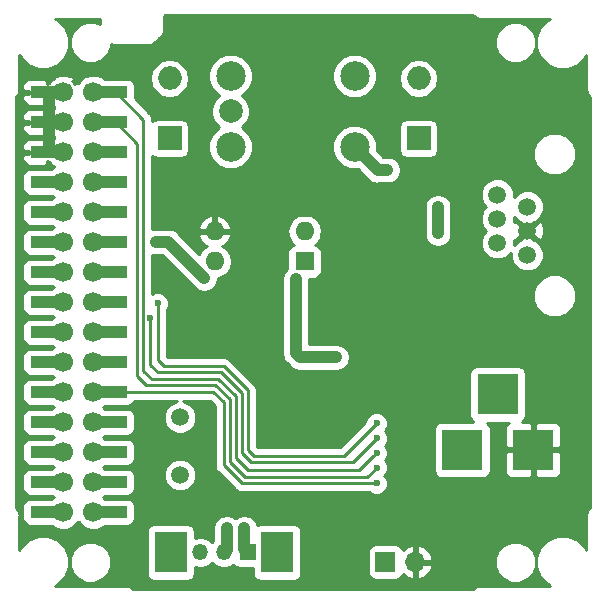
<source format=gbl>
G04 #@! TF.GenerationSoftware,KiCad,Pcbnew,(5.0.2)-1*
G04 #@! TF.CreationDate,2019-02-20T01:19:10+09:00*
G04 #@! TF.ProjectId,M5Hackfon,4d354861-636b-4666-9f6e-2e6b69636164,v1.2*
G04 #@! TF.SameCoordinates,Original*
G04 #@! TF.FileFunction,Copper,L2,Bot*
G04 #@! TF.FilePolarity,Positive*
%FSLAX46Y46*%
G04 Gerber Fmt 4.6, Leading zero omitted, Abs format (unit mm)*
G04 Created by KiCad (PCBNEW (5.0.2)-1) date 2019/02/20 1:19:10*
%MOMM*%
%LPD*%
G01*
G04 APERTURE LIST*
G04 #@! TA.AperFunction,ComponentPad*
%ADD10C,1.500000*%
G04 #@! TD*
G04 #@! TA.AperFunction,ComponentPad*
%ADD11R,1.600000X1.600000*%
G04 #@! TD*
G04 #@! TA.AperFunction,ComponentPad*
%ADD12O,1.600000X1.600000*%
G04 #@! TD*
G04 #@! TA.AperFunction,ComponentPad*
%ADD13C,2.000000*%
G04 #@! TD*
G04 #@! TA.AperFunction,ComponentPad*
%ADD14C,2.499360*%
G04 #@! TD*
G04 #@! TA.AperFunction,ComponentPad*
%ADD15C,1.520000*%
G04 #@! TD*
G04 #@! TA.AperFunction,ComponentPad*
%ADD16R,3.500000X3.500000*%
G04 #@! TD*
G04 #@! TA.AperFunction,ComponentPad*
%ADD17C,1.700000*%
G04 #@! TD*
G04 #@! TA.AperFunction,ComponentPad*
%ADD18C,0.800000*%
G04 #@! TD*
G04 #@! TA.AperFunction,SMDPad,CuDef*
%ADD19R,3.150000X1.000000*%
G04 #@! TD*
G04 #@! TA.AperFunction,ComponentPad*
%ADD20R,2.800000X3.500000*%
G04 #@! TD*
G04 #@! TA.AperFunction,ComponentPad*
%ADD21O,1.350000X1.350000*%
G04 #@! TD*
G04 #@! TA.AperFunction,ComponentPad*
%ADD22R,1.350000X1.350000*%
G04 #@! TD*
G04 #@! TA.AperFunction,ComponentPad*
%ADD23R,1.700000X1.700000*%
G04 #@! TD*
G04 #@! TA.AperFunction,ComponentPad*
%ADD24O,1.700000X1.700000*%
G04 #@! TD*
G04 #@! TA.AperFunction,ComponentPad*
%ADD25R,2.000000X2.000000*%
G04 #@! TD*
G04 #@! TA.AperFunction,ComponentPad*
%ADD26O,2.000000X2.000000*%
G04 #@! TD*
G04 #@! TA.AperFunction,SMDPad,CuDef*
%ADD27R,0.500000X0.900000*%
G04 #@! TD*
G04 #@! TA.AperFunction,ViaPad*
%ADD28C,0.600000*%
G04 #@! TD*
G04 #@! TA.AperFunction,Conductor*
%ADD29C,0.250000*%
G04 #@! TD*
G04 #@! TA.AperFunction,Conductor*
%ADD30C,1.000000*%
G04 #@! TD*
G04 #@! TA.AperFunction,Conductor*
%ADD31C,0.254000*%
G04 #@! TD*
G04 APERTURE END LIST*
D10*
G04 #@! TO.P,Y1,2*
G04 #@! TO.N,Net-(U5-Pad8)*
X118605000Y-122640000D03*
G04 #@! TO.P,Y1,1*
G04 #@! TO.N,Net-(U5-Pad7)*
X118605000Y-117760000D03*
G04 #@! TD*
D11*
G04 #@! TO.P,U7,1*
G04 #@! TO.N,Net-(C20-Pad2)*
X129146000Y-104552000D03*
D12*
G04 #@! TO.P,U7,3*
G04 #@! TO.N,GND*
X121526000Y-102012000D03*
G04 #@! TO.P,U7,2*
G04 #@! TO.N,Net-(J4-Pad3)*
X129146000Y-102012000D03*
G04 #@! TO.P,U7,4*
G04 #@! TO.N,fon_det*
X121526000Y-104552000D03*
G04 #@! TD*
D13*
G04 #@! TO.P,T1,4*
G04 #@! TO.N,N/C*
X122880000Y-91852000D03*
D14*
G04 #@! TO.P,T1,5*
G04 #@! TO.N,+15V*
X122880000Y-94852000D03*
G04 #@! TO.P,T1,3*
G04 #@! TO.N,Net-(D5-Pad2)*
X122880000Y-88852000D03*
G04 #@! TO.P,T1,2*
G04 #@! TO.N,Net-(D4-Pad2)*
X133380000Y-88852000D03*
G04 #@! TO.P,T1,1*
G04 #@! TO.N,+15V*
X133380000Y-94852000D03*
G04 #@! TD*
D15*
G04 #@! TO.P,J4,2*
G04 #@! TO.N,N/C*
X148000000Y-99920000D03*
G04 #@! TO.P,J4,4*
G04 #@! TO.N,GND*
X148000000Y-101960000D03*
G04 #@! TO.P,J4,6*
G04 #@! TO.N,N/C*
X148000000Y-104000000D03*
G04 #@! TO.P,J4,1*
X145460000Y-98900000D03*
G04 #@! TO.P,J4,5*
X145460000Y-102980000D03*
G04 #@! TO.P,J4,3*
G04 #@! TO.N,Net-(J4-Pad3)*
X145460000Y-100940000D03*
G04 #@! TD*
D16*
G04 #@! TO.P,J2,3*
G04 #@! TO.N,N/C*
X145500000Y-115800000D03*
G04 #@! TO.P,J2,2*
G04 #@! TO.N,GND*
X148500000Y-120500000D03*
G04 #@! TO.P,J2,1*
G04 #@! TO.N,+15V*
X142500000Y-120500000D03*
G04 #@! TD*
D17*
G04 #@! TO.P,J1,30*
G04 #@! TO.N,Net-(J1-Pad30)*
X111270000Y-125780000D03*
G04 #@! TO.P,J1,29*
G04 #@! TO.N,Net-(J1-Pad25)*
X108730000Y-125780000D03*
G04 #@! TO.P,J1,28*
G04 #@! TO.N,Net-(J1-Pad28)*
X111270000Y-123240000D03*
G04 #@! TO.P,J1,27*
G04 #@! TO.N,Net-(J1-Pad25)*
X108730000Y-123240000D03*
G04 #@! TO.P,J1,26*
G04 #@! TO.N,fon_det*
X111270000Y-120700000D03*
G04 #@! TO.P,J1,25*
G04 #@! TO.N,Net-(J1-Pad25)*
X108730000Y-120700000D03*
G04 #@! TO.P,J1,24*
G04 #@! TO.N,Net-(J1-Pad24)*
X111270000Y-118160000D03*
G04 #@! TO.P,J1,23*
G04 #@! TO.N,Net-(J1-Pad23)*
X108730000Y-118160000D03*
G04 #@! TO.P,J1,22*
G04 #@! TO.N,G13*
X111270000Y-115620000D03*
G04 #@! TO.P,J1,21*
G04 #@! TO.N,Net-(J1-Pad21)*
X108730000Y-115620000D03*
G04 #@! TO.P,J1,20*
G04 #@! TO.N,Net-(J1-Pad20)*
X111270000Y-113080000D03*
G04 #@! TO.P,J1,19*
G04 #@! TO.N,Net-(J1-Pad19)*
X108730000Y-113080000D03*
G04 #@! TO.P,J1,18*
G04 #@! TO.N,Net-(J1-Pad18)*
X111270000Y-110540000D03*
G04 #@! TO.P,J1,17*
G04 #@! TO.N,Net-(J1-Pad17)*
X108730000Y-110540000D03*
G04 #@! TO.P,J1,16*
G04 #@! TO.N,G17*
X111270000Y-108000000D03*
G04 #@! TO.P,J1,15*
G04 #@! TO.N,G16*
X108730000Y-108000000D03*
G04 #@! TO.P,J1,14*
G04 #@! TO.N,Net-(J1-Pad14)*
X111270000Y-105460000D03*
G04 #@! TO.P,J1,13*
G04 #@! TO.N,Net-(J1-Pad13)*
X108730000Y-105460000D03*
G04 #@! TO.P,J1,12*
G04 #@! TO.N,+3V3*
X111270000Y-102920000D03*
G04 #@! TO.P,J1,11*
G04 #@! TO.N,Net-(J1-Pad11)*
X108730000Y-102920000D03*
G04 #@! TO.P,J1,10*
G04 #@! TO.N,Net-(J1-Pad10)*
X111270000Y-100380000D03*
G04 #@! TO.P,J1,9*
G04 #@! TO.N,Net-(J1-Pad9)*
X108730000Y-100380000D03*
G04 #@! TO.P,J1,8*
G04 #@! TO.N,Net-(J1-Pad8)*
X111270000Y-97840000D03*
G04 #@! TO.P,J1,7*
G04 #@! TO.N,Net-(J1-Pad7)*
X108730000Y-97840000D03*
G04 #@! TO.P,J1,6*
G04 #@! TO.N,Net-(J1-Pad6)*
X111270000Y-95300000D03*
G04 #@! TO.P,J1,5*
G04 #@! TO.N,GND*
X108730000Y-95300000D03*
G04 #@! TO.P,J1,4*
G04 #@! TO.N,G36*
X111270000Y-92760000D03*
G04 #@! TO.P,J1,3*
G04 #@! TO.N,GND*
X108730000Y-92760000D03*
G04 #@! TO.P,J1,2*
G04 #@! TO.N,G35*
X111270000Y-90220000D03*
G04 #@! TO.P,J1,1*
G04 #@! TO.N,GND*
X108730000Y-90220000D03*
D18*
G04 #@! TO.P,J1,30*
G04 #@! TO.N,Net-(J1-Pad30)*
X113175000Y-125780000D03*
G04 #@! TO.P,J1,28*
G04 #@! TO.N,Net-(J1-Pad28)*
X113175000Y-123240000D03*
G04 #@! TO.P,J1,26*
G04 #@! TO.N,fon_det*
X113175000Y-120700000D03*
G04 #@! TO.P,J1,24*
G04 #@! TO.N,Net-(J1-Pad24)*
X113175000Y-118160000D03*
G04 #@! TO.P,J1,22*
G04 #@! TO.N,G13*
X113175000Y-115620000D03*
G04 #@! TO.P,J1,20*
G04 #@! TO.N,Net-(J1-Pad20)*
X113175000Y-113080000D03*
G04 #@! TO.P,J1,18*
G04 #@! TO.N,Net-(J1-Pad18)*
X113175000Y-110540000D03*
G04 #@! TO.P,J1,16*
G04 #@! TO.N,G17*
X113175000Y-108000000D03*
G04 #@! TO.P,J1,14*
G04 #@! TO.N,Net-(J1-Pad14)*
X113175000Y-105460000D03*
G04 #@! TO.P,J1,12*
G04 #@! TO.N,+3V3*
X113175000Y-102920000D03*
G04 #@! TO.P,J1,10*
G04 #@! TO.N,Net-(J1-Pad10)*
X113175000Y-100380000D03*
G04 #@! TO.P,J1,8*
G04 #@! TO.N,Net-(J1-Pad8)*
X113175000Y-97840000D03*
G04 #@! TO.P,J1,6*
G04 #@! TO.N,Net-(J1-Pad6)*
X113175000Y-95300000D03*
G04 #@! TO.P,J1,4*
G04 #@! TO.N,G36*
X113175000Y-92760000D03*
G04 #@! TO.P,J1,2*
G04 #@! TO.N,G35*
X113175000Y-90220000D03*
G04 #@! TO.P,J1,29*
G04 #@! TO.N,Net-(J1-Pad25)*
X106825000Y-125780000D03*
G04 #@! TO.P,J1,27*
X106825000Y-123240000D03*
G04 #@! TO.P,J1,25*
X106825000Y-120700000D03*
G04 #@! TO.P,J1,23*
G04 #@! TO.N,Net-(J1-Pad23)*
X106825000Y-118160000D03*
G04 #@! TO.P,J1,21*
G04 #@! TO.N,Net-(J1-Pad21)*
X106825000Y-115620000D03*
G04 #@! TO.P,J1,19*
G04 #@! TO.N,Net-(J1-Pad19)*
X106825000Y-113080000D03*
G04 #@! TO.P,J1,17*
G04 #@! TO.N,Net-(J1-Pad17)*
X106825000Y-110540000D03*
G04 #@! TO.P,J1,15*
G04 #@! TO.N,G16*
X106825000Y-108000000D03*
G04 #@! TO.P,J1,13*
G04 #@! TO.N,Net-(J1-Pad13)*
X106825000Y-105460000D03*
G04 #@! TO.P,J1,11*
G04 #@! TO.N,Net-(J1-Pad11)*
X106825000Y-102920000D03*
G04 #@! TO.P,J1,9*
G04 #@! TO.N,Net-(J1-Pad9)*
X106825000Y-100380000D03*
G04 #@! TO.P,J1,7*
G04 #@! TO.N,Net-(J1-Pad7)*
X106825000Y-97840000D03*
G04 #@! TO.P,J1,5*
G04 #@! TO.N,GND*
X106825000Y-95300000D03*
G04 #@! TO.P,J1,3*
X106825000Y-92760000D03*
D19*
G04 #@! TO.P,J1,30*
G04 #@! TO.N,Net-(J1-Pad30)*
X112555000Y-125780000D03*
G04 #@! TO.P,J1,29*
G04 #@! TO.N,Net-(J1-Pad25)*
X107475000Y-125780000D03*
G04 #@! TO.P,J1,28*
G04 #@! TO.N,Net-(J1-Pad28)*
X112555000Y-123240000D03*
G04 #@! TO.P,J1,27*
G04 #@! TO.N,Net-(J1-Pad25)*
X107475000Y-123240000D03*
G04 #@! TO.P,J1,26*
G04 #@! TO.N,fon_det*
X112555000Y-120700000D03*
G04 #@! TO.P,J1,25*
G04 #@! TO.N,Net-(J1-Pad25)*
X107475000Y-120700000D03*
G04 #@! TO.P,J1,24*
G04 #@! TO.N,Net-(J1-Pad24)*
X112555000Y-118160000D03*
G04 #@! TO.P,J1,23*
G04 #@! TO.N,Net-(J1-Pad23)*
X107475000Y-118160000D03*
G04 #@! TO.P,J1,22*
G04 #@! TO.N,G13*
X112555000Y-115620000D03*
G04 #@! TO.P,J1,21*
G04 #@! TO.N,Net-(J1-Pad21)*
X107475000Y-115620000D03*
G04 #@! TO.P,J1,20*
G04 #@! TO.N,Net-(J1-Pad20)*
X112555000Y-113080000D03*
G04 #@! TO.P,J1,19*
G04 #@! TO.N,Net-(J1-Pad19)*
X107475000Y-113080000D03*
G04 #@! TO.P,J1,18*
G04 #@! TO.N,Net-(J1-Pad18)*
X112555000Y-110540000D03*
G04 #@! TO.P,J1,17*
G04 #@! TO.N,Net-(J1-Pad17)*
X107475000Y-110540000D03*
G04 #@! TO.P,J1,16*
G04 #@! TO.N,G17*
X112555000Y-108000000D03*
G04 #@! TO.P,J1,15*
G04 #@! TO.N,G16*
X107475000Y-108000000D03*
G04 #@! TO.P,J1,14*
G04 #@! TO.N,Net-(J1-Pad14)*
X112555000Y-105460000D03*
G04 #@! TO.P,J1,13*
G04 #@! TO.N,Net-(J1-Pad13)*
X107475000Y-105460000D03*
G04 #@! TO.P,J1,12*
G04 #@! TO.N,+3V3*
X112555000Y-102920000D03*
G04 #@! TO.P,J1,11*
G04 #@! TO.N,Net-(J1-Pad11)*
X107475000Y-102920000D03*
G04 #@! TO.P,J1,10*
G04 #@! TO.N,Net-(J1-Pad10)*
X112555000Y-100380000D03*
G04 #@! TO.P,J1,9*
G04 #@! TO.N,Net-(J1-Pad9)*
X107475000Y-100380000D03*
G04 #@! TO.P,J1,8*
G04 #@! TO.N,Net-(J1-Pad8)*
X112555000Y-97840000D03*
G04 #@! TO.P,J1,7*
G04 #@! TO.N,Net-(J1-Pad7)*
X107475000Y-97840000D03*
G04 #@! TO.P,J1,6*
G04 #@! TO.N,Net-(J1-Pad6)*
X112555000Y-95300000D03*
G04 #@! TO.P,J1,5*
G04 #@! TO.N,GND*
X107475000Y-95300000D03*
G04 #@! TO.P,J1,4*
G04 #@! TO.N,G36*
X112555000Y-92760000D03*
G04 #@! TO.P,J1,3*
G04 #@! TO.N,GND*
X107475000Y-92760000D03*
G04 #@! TO.P,J1,2*
G04 #@! TO.N,G35*
X112555000Y-90220000D03*
D18*
G04 #@! TO.P,J1,1*
G04 #@! TO.N,GND*
X106825000Y-90220000D03*
D19*
X107475000Y-90220000D03*
G04 #@! TD*
D20*
G04 #@! TO.P,SW1,GND*
G04 #@! TO.N,N/C*
X126820000Y-129190000D03*
D21*
G04 #@! TO.P,SW1,3*
X120320000Y-129190000D03*
G04 #@! TO.P,SW1,2*
G04 #@! TO.N,Net-(J1-Pad30)*
X122320000Y-129190000D03*
D22*
G04 #@! TO.P,SW1,1*
G04 #@! TO.N,Net-(J3-Pad1)*
X124320000Y-129190000D03*
D20*
G04 #@! TO.P,SW1,GND*
G04 #@! TO.N,N/C*
X117820000Y-129190000D03*
G04 #@! TD*
D23*
G04 #@! TO.P,J3,1*
G04 #@! TO.N,Net-(J3-Pad1)*
X136000000Y-130000000D03*
D24*
G04 #@! TO.P,J3,2*
G04 #@! TO.N,GND*
X138540000Y-130000000D03*
G04 #@! TD*
D25*
G04 #@! TO.P,D4,1*
G04 #@! TO.N,Net-(C20-Pad1)*
X138798000Y-94138000D03*
D26*
G04 #@! TO.P,D4,2*
G04 #@! TO.N,Net-(D4-Pad2)*
X138798000Y-89058000D03*
G04 #@! TD*
G04 #@! TO.P,D5,2*
G04 #@! TO.N,Net-(D5-Pad2)*
X117716000Y-89058000D03*
D25*
G04 #@! TO.P,D5,1*
G04 #@! TO.N,Net-(C20-Pad2)*
X117716000Y-94138000D03*
G04 #@! TD*
D27*
G04 #@! TO.P,R9,1*
G04 #@! TO.N,Net-(J1-Pad30)*
X122554000Y-127158000D03*
G04 #@! TO.P,R9,2*
G04 #@! TO.N,Net-(J3-Pad1)*
X124054000Y-127158000D03*
G04 #@! TD*
D28*
G04 #@! TO.N,GND*
X128130000Y-92995000D03*
X129400000Y-98583000D03*
X128130000Y-89058000D03*
X128130000Y-84740000D03*
X117716000Y-91471000D03*
X118097000Y-100361000D03*
X125336000Y-101377000D03*
X125463000Y-104298000D03*
X123304000Y-107854000D03*
X118605000Y-111410000D03*
X116446000Y-116998000D03*
X120637000Y-116871000D03*
X116573000Y-124110000D03*
X130416000Y-119538000D03*
X126860000Y-119411000D03*
X114668000Y-128301000D03*
X114668000Y-130714000D03*
X126860000Y-114458000D03*
X130416000Y-114458000D03*
X137274000Y-120935000D03*
X137250000Y-124750000D03*
X150228000Y-124491000D03*
X150355000Y-117125000D03*
X150482000Y-110902000D03*
X143497000Y-110648000D03*
X138163000Y-102901000D03*
X138163000Y-106584000D03*
X138671000Y-113442000D03*
X138671000Y-116871000D03*
X150990000Y-92868000D03*
X150863000Y-88804000D03*
X146291000Y-88804000D03*
X146291000Y-92741000D03*
X142227000Y-94392000D03*
X142227000Y-96297000D03*
X147561000Y-98329000D03*
X148000000Y-106250000D03*
X126352000Y-124618000D03*
X130289000Y-124618000D03*
X125082000Y-107727000D03*
X135877000Y-99218000D03*
X138798000Y-99218000D03*
X132702000Y-99218000D03*
G04 #@! TO.N,+15V*
X140449000Y-102139000D03*
X140449000Y-99980000D03*
X136131000Y-96805000D03*
G04 #@! TO.N,+3V3*
X116573000Y-102901000D03*
X120637000Y-105949000D03*
X128384000Y-106076000D03*
X131813000Y-112680000D03*
G04 #@! TO.N,G35*
X135250000Y-120750000D03*
G04 #@! TO.N,G36*
X135250000Y-122000000D03*
G04 #@! TO.N,G16*
X135242000Y-119538000D03*
X116094990Y-109378000D03*
G04 #@! TO.N,G17*
X135242000Y-118268000D03*
X116700000Y-108108000D03*
G04 #@! TO.N,G13*
X135242000Y-123348000D03*
G04 #@! TD*
D29*
G04 #@! TO.N,GND*
X107475000Y-95300000D02*
X109353000Y-95300000D01*
D30*
X107475000Y-92760000D02*
X107475000Y-95300000D01*
X107475000Y-90220000D02*
X107475000Y-92760000D01*
G04 #@! TO.N,Net-(J1-Pad30)*
X122554000Y-128956000D02*
X122320000Y-129190000D01*
X122554000Y-127158000D02*
X122554000Y-128956000D01*
G04 #@! TO.N,Net-(J3-Pad1)*
X124054000Y-128924000D02*
X124320000Y-129190000D01*
X124054000Y-127158000D02*
X124054000Y-128924000D01*
G04 #@! TO.N,+15V*
X140449000Y-102139000D02*
X140449000Y-99980000D01*
X135333000Y-96805000D02*
X133380000Y-94852000D01*
X136131000Y-96805000D02*
X135333000Y-96805000D01*
G04 #@! TO.N,+3V3*
X116573000Y-102901000D02*
X117589000Y-102901000D01*
X117589000Y-102901000D02*
X120637000Y-105949000D01*
X128384000Y-106076000D02*
X128384000Y-112299000D01*
X128384000Y-112299000D02*
X128765000Y-112680000D01*
X128765000Y-112680000D02*
X131813000Y-112680000D01*
D29*
G04 #@! TO.N,G35*
X134950001Y-121049999D02*
X135250000Y-120750000D01*
X133750000Y-122250000D02*
X134950001Y-121049999D01*
X124320000Y-122250000D02*
X133750000Y-122250000D01*
X123304000Y-115982000D02*
X123304000Y-121234000D01*
X121822000Y-114500000D02*
X123304000Y-115982000D01*
X113175000Y-90220000D02*
X115489988Y-92534988D01*
X115489988Y-109668402D02*
X115500000Y-109678414D01*
X115500000Y-109678414D02*
X115500000Y-113808000D01*
X115500000Y-113808000D02*
X116192000Y-114500000D01*
X123304000Y-121234000D02*
X124320000Y-122250000D01*
X115489988Y-92534988D02*
X115489988Y-109668402D01*
X116192000Y-114500000D02*
X121822000Y-114500000D01*
G04 #@! TO.N,G36*
X134410000Y-122840000D02*
X135250000Y-122000000D01*
X124066000Y-122840000D02*
X134410000Y-122840000D01*
X122796000Y-121570000D02*
X124066000Y-122840000D01*
X113175000Y-92760000D02*
X115000000Y-94585000D01*
X115000000Y-94585000D02*
X115000000Y-114250000D01*
X115000000Y-114250000D02*
X115750000Y-115000000D01*
X115750000Y-115000000D02*
X121560000Y-115000000D01*
X121560000Y-115000000D02*
X122796000Y-116236000D01*
X122796000Y-116236000D02*
X122796000Y-121570000D01*
G04 #@! TO.N,G16*
X133210000Y-121570000D02*
X135242000Y-119538000D01*
X124574000Y-121570000D02*
X133210000Y-121570000D01*
X116094990Y-109378000D02*
X116094990Y-113344990D01*
X116094990Y-113344990D02*
X116700000Y-113950000D01*
X116700000Y-113950000D02*
X122034000Y-113950000D01*
X122034000Y-113950000D02*
X123812000Y-115728000D01*
X123812000Y-115728000D02*
X123812000Y-120808000D01*
X123812000Y-120808000D02*
X124574000Y-121570000D01*
G04 #@! TO.N,G17*
X135242000Y-118268000D02*
X134942001Y-118567999D01*
X134942001Y-118567999D02*
X132448000Y-121062000D01*
X132448000Y-121062000D02*
X124828000Y-121062000D01*
X124828000Y-121062000D02*
X124320000Y-120554000D01*
X124320000Y-120554000D02*
X124320000Y-115474000D01*
X124320000Y-115474000D02*
X122288000Y-113442000D01*
X122288000Y-113442000D02*
X117208000Y-113442000D01*
X117208000Y-113442000D02*
X116700000Y-112934000D01*
X116700000Y-112934000D02*
X116700000Y-108108000D01*
G04 #@! TO.N,G13*
X121418000Y-115620000D02*
X113175000Y-115620000D01*
X122288000Y-116490000D02*
X121418000Y-115620000D01*
X122288000Y-121824000D02*
X123812000Y-123348000D01*
X135242000Y-123348000D02*
X123812000Y-123348000D01*
X122288000Y-121824000D02*
X122288000Y-116490000D01*
G04 #@! TD*
D31*
G04 #@! TO.N,GND*
G36*
X143448506Y-83752596D02*
X143488119Y-83811881D01*
X143722972Y-83968805D01*
X143930074Y-84010000D01*
X143930075Y-84010000D01*
X143999999Y-84023909D01*
X144069924Y-84010000D01*
X149963949Y-84010000D01*
X149733974Y-84105259D01*
X149105259Y-84733974D01*
X148765000Y-85555431D01*
X148765000Y-86444569D01*
X149105259Y-87266026D01*
X149733974Y-87894741D01*
X150555431Y-88235000D01*
X151444569Y-88235000D01*
X152266026Y-87894741D01*
X152894741Y-87266026D01*
X152990000Y-87036051D01*
X152990001Y-89930071D01*
X152976091Y-90000000D01*
X153023188Y-90236769D01*
X153031196Y-90277028D01*
X153188120Y-90511881D01*
X153247402Y-90551492D01*
X153290000Y-90594090D01*
X153290001Y-99430070D01*
X153290000Y-99430075D01*
X153290001Y-116430070D01*
X153290000Y-116430075D01*
X153290001Y-125405909D01*
X153247402Y-125448508D01*
X153188120Y-125488119D01*
X153148510Y-125547400D01*
X153031196Y-125722972D01*
X152976091Y-126000000D01*
X152990001Y-126069929D01*
X152990000Y-128963949D01*
X152894741Y-128733974D01*
X152266026Y-128105259D01*
X151444569Y-127765000D01*
X150555431Y-127765000D01*
X149733974Y-128105259D01*
X149105259Y-128733974D01*
X148765000Y-129555431D01*
X148765000Y-130444569D01*
X149105259Y-131266026D01*
X149733974Y-131894741D01*
X149963949Y-131990000D01*
X144069924Y-131990000D01*
X143999999Y-131976091D01*
X143930075Y-131990000D01*
X143930074Y-131990000D01*
X143722972Y-132031195D01*
X143488119Y-132188119D01*
X143448506Y-132247404D01*
X143405910Y-132290000D01*
X114594090Y-132290000D01*
X114551494Y-132247404D01*
X114511881Y-132188119D01*
X114277028Y-132031195D01*
X114069926Y-131990000D01*
X114069924Y-131990000D01*
X114000000Y-131976091D01*
X113930076Y-131990000D01*
X108036051Y-131990000D01*
X108266026Y-131894741D01*
X108894741Y-131266026D01*
X109235000Y-130444569D01*
X109235000Y-129654887D01*
X109265000Y-129654887D01*
X109265000Y-130345113D01*
X109529138Y-130982799D01*
X110017201Y-131470862D01*
X110654887Y-131735000D01*
X111345113Y-131735000D01*
X111982799Y-131470862D01*
X112470862Y-130982799D01*
X112735000Y-130345113D01*
X112735000Y-129654887D01*
X112470862Y-129017201D01*
X111982799Y-128529138D01*
X111345113Y-128265000D01*
X110654887Y-128265000D01*
X110017201Y-128529138D01*
X109529138Y-129017201D01*
X109265000Y-129654887D01*
X109235000Y-129654887D01*
X109235000Y-129555431D01*
X108894741Y-128733974D01*
X108266026Y-128105259D01*
X107444569Y-127765000D01*
X106555431Y-127765000D01*
X105733974Y-128105259D01*
X105105259Y-128733974D01*
X105010000Y-128963949D01*
X105010000Y-127440000D01*
X115772560Y-127440000D01*
X115772560Y-130940000D01*
X115821843Y-131187765D01*
X115962191Y-131397809D01*
X116172235Y-131538157D01*
X116420000Y-131587440D01*
X119220000Y-131587440D01*
X119467765Y-131538157D01*
X119677809Y-131397809D01*
X119818157Y-131187765D01*
X119867440Y-130940000D01*
X119867440Y-130435644D01*
X120190978Y-130500000D01*
X120449022Y-130500000D01*
X120831136Y-130423993D01*
X121264457Y-130134457D01*
X121320000Y-130051331D01*
X121375543Y-130134457D01*
X121808864Y-130423993D01*
X122190978Y-130500000D01*
X122449022Y-130500000D01*
X122831136Y-130423993D01*
X123124032Y-130228286D01*
X123187191Y-130322809D01*
X123397235Y-130463157D01*
X123645000Y-130512440D01*
X124772560Y-130512440D01*
X124772560Y-130940000D01*
X124821843Y-131187765D01*
X124962191Y-131397809D01*
X125172235Y-131538157D01*
X125420000Y-131587440D01*
X128220000Y-131587440D01*
X128467765Y-131538157D01*
X128677809Y-131397809D01*
X128818157Y-131187765D01*
X128867440Y-130940000D01*
X128867440Y-129150000D01*
X134502560Y-129150000D01*
X134502560Y-130850000D01*
X134551843Y-131097765D01*
X134692191Y-131307809D01*
X134902235Y-131448157D01*
X135150000Y-131497440D01*
X136850000Y-131497440D01*
X137097765Y-131448157D01*
X137307809Y-131307809D01*
X137448157Y-131097765D01*
X137468739Y-130994292D01*
X137773076Y-131271645D01*
X138183110Y-131441476D01*
X138413000Y-131320155D01*
X138413000Y-130127000D01*
X138667000Y-130127000D01*
X138667000Y-131320155D01*
X138896890Y-131441476D01*
X139306924Y-131271645D01*
X139735183Y-130881358D01*
X139981486Y-130356892D01*
X139860819Y-130127000D01*
X138667000Y-130127000D01*
X138413000Y-130127000D01*
X138393000Y-130127000D01*
X138393000Y-129873000D01*
X138413000Y-129873000D01*
X138413000Y-128679845D01*
X138667000Y-128679845D01*
X138667000Y-129873000D01*
X139860819Y-129873000D01*
X139975303Y-129654887D01*
X145265000Y-129654887D01*
X145265000Y-130345113D01*
X145529138Y-130982799D01*
X146017201Y-131470862D01*
X146654887Y-131735000D01*
X147345113Y-131735000D01*
X147982799Y-131470862D01*
X148470862Y-130982799D01*
X148735000Y-130345113D01*
X148735000Y-129654887D01*
X148470862Y-129017201D01*
X147982799Y-128529138D01*
X147345113Y-128265000D01*
X146654887Y-128265000D01*
X146017201Y-128529138D01*
X145529138Y-129017201D01*
X145265000Y-129654887D01*
X139975303Y-129654887D01*
X139981486Y-129643108D01*
X139735183Y-129118642D01*
X139306924Y-128728355D01*
X138896890Y-128558524D01*
X138667000Y-128679845D01*
X138413000Y-128679845D01*
X138183110Y-128558524D01*
X137773076Y-128728355D01*
X137468739Y-129005708D01*
X137448157Y-128902235D01*
X137307809Y-128692191D01*
X137097765Y-128551843D01*
X136850000Y-128502560D01*
X135150000Y-128502560D01*
X134902235Y-128551843D01*
X134692191Y-128692191D01*
X134551843Y-128902235D01*
X134502560Y-129150000D01*
X128867440Y-129150000D01*
X128867440Y-127440000D01*
X128818157Y-127192235D01*
X128677809Y-126982191D01*
X128467765Y-126841843D01*
X128220000Y-126792560D01*
X125420000Y-126792560D01*
X125172235Y-126841843D01*
X125151150Y-126855932D01*
X125123146Y-126715145D01*
X124872289Y-126339711D01*
X124780761Y-126278554D01*
X124761809Y-126250191D01*
X124551765Y-126109843D01*
X124518306Y-126103188D01*
X124496854Y-126088854D01*
X124054000Y-126000765D01*
X123611145Y-126088854D01*
X123589693Y-126103188D01*
X123556235Y-126109843D01*
X123346191Y-126250191D01*
X123327240Y-126278554D01*
X123304000Y-126294082D01*
X123280761Y-126278554D01*
X123261809Y-126250191D01*
X123051765Y-126109843D01*
X123018306Y-126103188D01*
X122996854Y-126088854D01*
X122554000Y-126000765D01*
X122111145Y-126088854D01*
X122089693Y-126103188D01*
X122056235Y-126109843D01*
X121846191Y-126250191D01*
X121827240Y-126278554D01*
X121735711Y-126339711D01*
X121484854Y-126715146D01*
X121419000Y-127046218D01*
X121419001Y-128216506D01*
X121375543Y-128245543D01*
X121320000Y-128328669D01*
X121264457Y-128245543D01*
X120831136Y-127956007D01*
X120449022Y-127880000D01*
X120190978Y-127880000D01*
X119867440Y-127944356D01*
X119867440Y-127440000D01*
X119818157Y-127192235D01*
X119677809Y-126982191D01*
X119467765Y-126841843D01*
X119220000Y-126792560D01*
X116420000Y-126792560D01*
X116172235Y-126841843D01*
X115962191Y-126982191D01*
X115821843Y-127192235D01*
X115772560Y-127440000D01*
X105010000Y-127440000D01*
X105010000Y-126069924D01*
X105023909Y-125999999D01*
X105010000Y-125930074D01*
X104968805Y-125722972D01*
X104811881Y-125488119D01*
X104752596Y-125448506D01*
X104710000Y-125405910D01*
X104710000Y-97340000D01*
X105252560Y-97340000D01*
X105252560Y-98340000D01*
X105301843Y-98587765D01*
X105442191Y-98797809D01*
X105652235Y-98938157D01*
X105900000Y-98987440D01*
X107777333Y-98987440D01*
X107888815Y-99098922D01*
X107915560Y-99110000D01*
X107888815Y-99121078D01*
X107777333Y-99232560D01*
X105900000Y-99232560D01*
X105652235Y-99281843D01*
X105442191Y-99422191D01*
X105301843Y-99632235D01*
X105252560Y-99880000D01*
X105252560Y-100880000D01*
X105301843Y-101127765D01*
X105442191Y-101337809D01*
X105652235Y-101478157D01*
X105900000Y-101527440D01*
X107777333Y-101527440D01*
X107888815Y-101638922D01*
X107915560Y-101650000D01*
X107888815Y-101661078D01*
X107777333Y-101772560D01*
X105900000Y-101772560D01*
X105652235Y-101821843D01*
X105442191Y-101962191D01*
X105301843Y-102172235D01*
X105252560Y-102420000D01*
X105252560Y-103420000D01*
X105301843Y-103667765D01*
X105442191Y-103877809D01*
X105652235Y-104018157D01*
X105900000Y-104067440D01*
X107777333Y-104067440D01*
X107888815Y-104178922D01*
X107915560Y-104190000D01*
X107888815Y-104201078D01*
X107777333Y-104312560D01*
X105900000Y-104312560D01*
X105652235Y-104361843D01*
X105442191Y-104502191D01*
X105301843Y-104712235D01*
X105252560Y-104960000D01*
X105252560Y-105960000D01*
X105301843Y-106207765D01*
X105442191Y-106417809D01*
X105652235Y-106558157D01*
X105900000Y-106607440D01*
X107777333Y-106607440D01*
X107888815Y-106718922D01*
X107915560Y-106730000D01*
X107888815Y-106741078D01*
X107777333Y-106852560D01*
X105900000Y-106852560D01*
X105652235Y-106901843D01*
X105442191Y-107042191D01*
X105301843Y-107252235D01*
X105252560Y-107500000D01*
X105252560Y-108500000D01*
X105301843Y-108747765D01*
X105442191Y-108957809D01*
X105652235Y-109098157D01*
X105900000Y-109147440D01*
X107777333Y-109147440D01*
X107888815Y-109258922D01*
X107915560Y-109270000D01*
X107888815Y-109281078D01*
X107777333Y-109392560D01*
X105900000Y-109392560D01*
X105652235Y-109441843D01*
X105442191Y-109582191D01*
X105301843Y-109792235D01*
X105252560Y-110040000D01*
X105252560Y-111040000D01*
X105301843Y-111287765D01*
X105442191Y-111497809D01*
X105652235Y-111638157D01*
X105900000Y-111687440D01*
X107777333Y-111687440D01*
X107888815Y-111798922D01*
X107915560Y-111810000D01*
X107888815Y-111821078D01*
X107777333Y-111932560D01*
X105900000Y-111932560D01*
X105652235Y-111981843D01*
X105442191Y-112122191D01*
X105301843Y-112332235D01*
X105252560Y-112580000D01*
X105252560Y-113580000D01*
X105301843Y-113827765D01*
X105442191Y-114037809D01*
X105652235Y-114178157D01*
X105900000Y-114227440D01*
X107777333Y-114227440D01*
X107888815Y-114338922D01*
X107915560Y-114350000D01*
X107888815Y-114361078D01*
X107777333Y-114472560D01*
X105900000Y-114472560D01*
X105652235Y-114521843D01*
X105442191Y-114662191D01*
X105301843Y-114872235D01*
X105252560Y-115120000D01*
X105252560Y-116120000D01*
X105301843Y-116367765D01*
X105442191Y-116577809D01*
X105652235Y-116718157D01*
X105900000Y-116767440D01*
X107777333Y-116767440D01*
X107888815Y-116878922D01*
X107915560Y-116890000D01*
X107888815Y-116901078D01*
X107777333Y-117012560D01*
X105900000Y-117012560D01*
X105652235Y-117061843D01*
X105442191Y-117202191D01*
X105301843Y-117412235D01*
X105252560Y-117660000D01*
X105252560Y-118660000D01*
X105301843Y-118907765D01*
X105442191Y-119117809D01*
X105652235Y-119258157D01*
X105900000Y-119307440D01*
X107777333Y-119307440D01*
X107888815Y-119418922D01*
X107915560Y-119430000D01*
X107888815Y-119441078D01*
X107777333Y-119552560D01*
X105900000Y-119552560D01*
X105652235Y-119601843D01*
X105442191Y-119742191D01*
X105301843Y-119952235D01*
X105252560Y-120200000D01*
X105252560Y-121200000D01*
X105301843Y-121447765D01*
X105442191Y-121657809D01*
X105652235Y-121798157D01*
X105900000Y-121847440D01*
X107777333Y-121847440D01*
X107888815Y-121958922D01*
X107915560Y-121970000D01*
X107888815Y-121981078D01*
X107777333Y-122092560D01*
X105900000Y-122092560D01*
X105652235Y-122141843D01*
X105442191Y-122282191D01*
X105301843Y-122492235D01*
X105252560Y-122740000D01*
X105252560Y-123740000D01*
X105301843Y-123987765D01*
X105442191Y-124197809D01*
X105652235Y-124338157D01*
X105900000Y-124387440D01*
X107777333Y-124387440D01*
X107888815Y-124498922D01*
X107915560Y-124510000D01*
X107888815Y-124521078D01*
X107777333Y-124632560D01*
X105900000Y-124632560D01*
X105652235Y-124681843D01*
X105442191Y-124822191D01*
X105301843Y-125032235D01*
X105252560Y-125280000D01*
X105252560Y-126280000D01*
X105301843Y-126527765D01*
X105442191Y-126737809D01*
X105652235Y-126878157D01*
X105900000Y-126927440D01*
X107777333Y-126927440D01*
X107888815Y-127038922D01*
X108434615Y-127265000D01*
X109025385Y-127265000D01*
X109571185Y-127038922D01*
X109988922Y-126621185D01*
X110000000Y-126594440D01*
X110011078Y-126621185D01*
X110428815Y-127038922D01*
X110974615Y-127265000D01*
X111565385Y-127265000D01*
X112111185Y-127038922D01*
X112222667Y-126927440D01*
X114130000Y-126927440D01*
X114377765Y-126878157D01*
X114587809Y-126737809D01*
X114728157Y-126527765D01*
X114777440Y-126280000D01*
X114777440Y-125280000D01*
X114728157Y-125032235D01*
X114587809Y-124822191D01*
X114377765Y-124681843D01*
X114130000Y-124632560D01*
X112222667Y-124632560D01*
X112111185Y-124521078D01*
X112084440Y-124510000D01*
X112111185Y-124498922D01*
X112222667Y-124387440D01*
X114130000Y-124387440D01*
X114377765Y-124338157D01*
X114587809Y-124197809D01*
X114728157Y-123987765D01*
X114777440Y-123740000D01*
X114777440Y-122740000D01*
X114728157Y-122492235D01*
X114642811Y-122364506D01*
X117220000Y-122364506D01*
X117220000Y-122915494D01*
X117430853Y-123424540D01*
X117820460Y-123814147D01*
X118329506Y-124025000D01*
X118880494Y-124025000D01*
X119389540Y-123814147D01*
X119779147Y-123424540D01*
X119990000Y-122915494D01*
X119990000Y-122364506D01*
X119779147Y-121855460D01*
X119389540Y-121465853D01*
X118880494Y-121255000D01*
X118329506Y-121255000D01*
X117820460Y-121465853D01*
X117430853Y-121855460D01*
X117220000Y-122364506D01*
X114642811Y-122364506D01*
X114587809Y-122282191D01*
X114377765Y-122141843D01*
X114130000Y-122092560D01*
X112222667Y-122092560D01*
X112111185Y-121981078D01*
X112084440Y-121970000D01*
X112111185Y-121958922D01*
X112222667Y-121847440D01*
X114130000Y-121847440D01*
X114377765Y-121798157D01*
X114587809Y-121657809D01*
X114728157Y-121447765D01*
X114777440Y-121200000D01*
X114777440Y-120200000D01*
X114728157Y-119952235D01*
X114587809Y-119742191D01*
X114377765Y-119601843D01*
X114130000Y-119552560D01*
X112222667Y-119552560D01*
X112111185Y-119441078D01*
X112084440Y-119430000D01*
X112111185Y-119418922D01*
X112222667Y-119307440D01*
X114130000Y-119307440D01*
X114377765Y-119258157D01*
X114587809Y-119117809D01*
X114728157Y-118907765D01*
X114777440Y-118660000D01*
X114777440Y-117660000D01*
X114728157Y-117412235D01*
X114587809Y-117202191D01*
X114377765Y-117061843D01*
X114130000Y-117012560D01*
X112222667Y-117012560D01*
X112111185Y-116901078D01*
X112084440Y-116890000D01*
X112111185Y-116878922D01*
X112222667Y-116767440D01*
X114130000Y-116767440D01*
X114377765Y-116718157D01*
X114587809Y-116577809D01*
X114719982Y-116380000D01*
X118317435Y-116380000D01*
X117820460Y-116585853D01*
X117430853Y-116975460D01*
X117220000Y-117484506D01*
X117220000Y-118035494D01*
X117430853Y-118544540D01*
X117820460Y-118934147D01*
X118329506Y-119145000D01*
X118880494Y-119145000D01*
X119389540Y-118934147D01*
X119779147Y-118544540D01*
X119990000Y-118035494D01*
X119990000Y-117484506D01*
X119779147Y-116975460D01*
X119389540Y-116585853D01*
X118892565Y-116380000D01*
X121103199Y-116380000D01*
X121528001Y-116804803D01*
X121528000Y-121749153D01*
X121513112Y-121824000D01*
X121528000Y-121898847D01*
X121528000Y-121898851D01*
X121572096Y-122120536D01*
X121740071Y-122371929D01*
X121803530Y-122414331D01*
X123221673Y-123832476D01*
X123264071Y-123895929D01*
X123327524Y-123938327D01*
X123327526Y-123938329D01*
X123401513Y-123987765D01*
X123515463Y-124063904D01*
X123737148Y-124108000D01*
X123737152Y-124108000D01*
X123811999Y-124122888D01*
X123886846Y-124108000D01*
X134679710Y-124108000D01*
X134712365Y-124140655D01*
X135056017Y-124283000D01*
X135427983Y-124283000D01*
X135771635Y-124140655D01*
X136034655Y-123877635D01*
X136177000Y-123533983D01*
X136177000Y-123162017D01*
X136034655Y-122818365D01*
X135894290Y-122678000D01*
X136042655Y-122529635D01*
X136185000Y-122185983D01*
X136185000Y-121814017D01*
X136042655Y-121470365D01*
X135947290Y-121375000D01*
X136042655Y-121279635D01*
X136185000Y-120935983D01*
X136185000Y-120564017D01*
X136042655Y-120220365D01*
X135962290Y-120140000D01*
X136034655Y-120067635D01*
X136177000Y-119723983D01*
X136177000Y-119352017D01*
X136034655Y-119008365D01*
X135929290Y-118903000D01*
X136034655Y-118797635D01*
X136054386Y-118750000D01*
X140102560Y-118750000D01*
X140102560Y-122250000D01*
X140151843Y-122497765D01*
X140292191Y-122707809D01*
X140502235Y-122848157D01*
X140750000Y-122897440D01*
X144250000Y-122897440D01*
X144497765Y-122848157D01*
X144707809Y-122707809D01*
X144848157Y-122497765D01*
X144897440Y-122250000D01*
X144897440Y-120785750D01*
X146115000Y-120785750D01*
X146115000Y-122376310D01*
X146211673Y-122609699D01*
X146390302Y-122788327D01*
X146623691Y-122885000D01*
X148214250Y-122885000D01*
X148373000Y-122726250D01*
X148373000Y-120627000D01*
X148627000Y-120627000D01*
X148627000Y-122726250D01*
X148785750Y-122885000D01*
X150376309Y-122885000D01*
X150609698Y-122788327D01*
X150788327Y-122609699D01*
X150885000Y-122376310D01*
X150885000Y-120785750D01*
X150726250Y-120627000D01*
X148627000Y-120627000D01*
X148373000Y-120627000D01*
X146273750Y-120627000D01*
X146115000Y-120785750D01*
X144897440Y-120785750D01*
X144897440Y-118750000D01*
X144848157Y-118502235D01*
X144707809Y-118292191D01*
X144566005Y-118197440D01*
X146424663Y-118197440D01*
X146390302Y-118211673D01*
X146211673Y-118390301D01*
X146115000Y-118623690D01*
X146115000Y-120214250D01*
X146273750Y-120373000D01*
X148373000Y-120373000D01*
X148373000Y-118273750D01*
X148627000Y-118273750D01*
X148627000Y-120373000D01*
X150726250Y-120373000D01*
X150885000Y-120214250D01*
X150885000Y-118623690D01*
X150788327Y-118390301D01*
X150609698Y-118211673D01*
X150376309Y-118115000D01*
X148785750Y-118115000D01*
X148627000Y-118273750D01*
X148373000Y-118273750D01*
X148214250Y-118115000D01*
X147547388Y-118115000D01*
X147707809Y-118007809D01*
X147848157Y-117797765D01*
X147897440Y-117550000D01*
X147897440Y-114050000D01*
X147848157Y-113802235D01*
X147707809Y-113592191D01*
X147497765Y-113451843D01*
X147250000Y-113402560D01*
X143750000Y-113402560D01*
X143502235Y-113451843D01*
X143292191Y-113592191D01*
X143151843Y-113802235D01*
X143102560Y-114050000D01*
X143102560Y-117550000D01*
X143151843Y-117797765D01*
X143292191Y-118007809D01*
X143433995Y-118102560D01*
X140750000Y-118102560D01*
X140502235Y-118151843D01*
X140292191Y-118292191D01*
X140151843Y-118502235D01*
X140102560Y-118750000D01*
X136054386Y-118750000D01*
X136177000Y-118453983D01*
X136177000Y-118082017D01*
X136034655Y-117738365D01*
X135771635Y-117475345D01*
X135427983Y-117333000D01*
X135056017Y-117333000D01*
X134712365Y-117475345D01*
X134449345Y-117738365D01*
X134307000Y-118082017D01*
X134307000Y-118128198D01*
X132133199Y-120302000D01*
X125142802Y-120302000D01*
X125080000Y-120239198D01*
X125080000Y-115548847D01*
X125094888Y-115474000D01*
X125080000Y-115399153D01*
X125080000Y-115399148D01*
X125035904Y-115177463D01*
X124867929Y-114926071D01*
X124804473Y-114883671D01*
X122878331Y-112957530D01*
X122835929Y-112894071D01*
X122584537Y-112726096D01*
X122362852Y-112682000D01*
X122362847Y-112682000D01*
X122288000Y-112667112D01*
X122213153Y-112682000D01*
X117522802Y-112682000D01*
X117460000Y-112619198D01*
X117460000Y-112299000D01*
X127226765Y-112299000D01*
X127314854Y-112741854D01*
X127343426Y-112784615D01*
X127565712Y-113117289D01*
X127660480Y-113180611D01*
X127883387Y-113403518D01*
X127946711Y-113498289D01*
X128322145Y-113749146D01*
X128653217Y-113815000D01*
X128764999Y-113837235D01*
X128876781Y-113815000D01*
X131924783Y-113815000D01*
X132255855Y-113749146D01*
X132631289Y-113498289D01*
X132882146Y-113122855D01*
X132970235Y-112680000D01*
X132882146Y-112237145D01*
X132631289Y-111861711D01*
X132255855Y-111610854D01*
X131924783Y-111545000D01*
X129519000Y-111545000D01*
X129519000Y-107088974D01*
X148485000Y-107088974D01*
X148485000Y-107811026D01*
X148761317Y-108478115D01*
X149271885Y-108988683D01*
X149938974Y-109265000D01*
X150661026Y-109265000D01*
X151328115Y-108988683D01*
X151838683Y-108478115D01*
X152115000Y-107811026D01*
X152115000Y-107088974D01*
X151838683Y-106421885D01*
X151328115Y-105911317D01*
X150661026Y-105635000D01*
X149938974Y-105635000D01*
X149271885Y-105911317D01*
X148761317Y-106421885D01*
X148485000Y-107088974D01*
X129519000Y-107088974D01*
X129519000Y-105999440D01*
X129946000Y-105999440D01*
X130193765Y-105950157D01*
X130403809Y-105809809D01*
X130544157Y-105599765D01*
X130593440Y-105352000D01*
X130593440Y-103752000D01*
X130544157Y-103504235D01*
X130403809Y-103294191D01*
X130193765Y-103153843D01*
X130059894Y-103127215D01*
X130180577Y-103046577D01*
X130497740Y-102571909D01*
X130561616Y-102250782D01*
X139314000Y-102250782D01*
X139379854Y-102581854D01*
X139630711Y-102957289D01*
X140006145Y-103208146D01*
X140449000Y-103296235D01*
X140891854Y-103208146D01*
X141267289Y-102957289D01*
X141518146Y-102581855D01*
X141584000Y-102250783D01*
X141584000Y-99868217D01*
X141518146Y-99537145D01*
X141267289Y-99161711D01*
X140891855Y-98910854D01*
X140449000Y-98822765D01*
X140006146Y-98910854D01*
X139630712Y-99161711D01*
X139379855Y-99537145D01*
X139314001Y-99868217D01*
X139314000Y-102250782D01*
X130561616Y-102250782D01*
X130609113Y-102012000D01*
X130497740Y-101452091D01*
X130180577Y-100977423D01*
X129705909Y-100660260D01*
X129287333Y-100577000D01*
X129004667Y-100577000D01*
X128586091Y-100660260D01*
X128111423Y-100977423D01*
X127794260Y-101452091D01*
X127682887Y-102012000D01*
X127794260Y-102571909D01*
X128111423Y-103046577D01*
X128232106Y-103127215D01*
X128098235Y-103153843D01*
X127888191Y-103294191D01*
X127747843Y-103504235D01*
X127698560Y-103752000D01*
X127698560Y-105168944D01*
X127565711Y-105257711D01*
X127314854Y-105633146D01*
X127249000Y-105964218D01*
X127249001Y-112187212D01*
X127226765Y-112299000D01*
X117460000Y-112299000D01*
X117460000Y-108670290D01*
X117492655Y-108637635D01*
X117635000Y-108293983D01*
X117635000Y-107922017D01*
X117492655Y-107578365D01*
X117229635Y-107315345D01*
X116885983Y-107173000D01*
X116514017Y-107173000D01*
X116249988Y-107282364D01*
X116249988Y-103993984D01*
X116461217Y-104036000D01*
X117118869Y-104036000D01*
X119913476Y-106830608D01*
X120194145Y-107018146D01*
X120637000Y-107106235D01*
X121079854Y-107018146D01*
X121455288Y-106767288D01*
X121706146Y-106391854D01*
X121791593Y-105962283D01*
X122085909Y-105903740D01*
X122560577Y-105586577D01*
X122877740Y-105111909D01*
X122989113Y-104552000D01*
X122877740Y-103992091D01*
X122560577Y-103517423D01*
X122176892Y-103261053D01*
X122381134Y-103164389D01*
X122757041Y-102749423D01*
X122917904Y-102361039D01*
X122795915Y-102139000D01*
X121653000Y-102139000D01*
X121653000Y-102159000D01*
X121399000Y-102159000D01*
X121399000Y-102139000D01*
X120256085Y-102139000D01*
X120134096Y-102361039D01*
X120294959Y-102749423D01*
X120670866Y-103164389D01*
X120875108Y-103261053D01*
X120491423Y-103517423D01*
X120218705Y-103925574D01*
X118470613Y-102177482D01*
X118407289Y-102082711D01*
X118031855Y-101831854D01*
X117700783Y-101766000D01*
X117589000Y-101743765D01*
X117477217Y-101766000D01*
X116461217Y-101766000D01*
X116249988Y-101808016D01*
X116249988Y-101662961D01*
X120134096Y-101662961D01*
X120256085Y-101885000D01*
X121399000Y-101885000D01*
X121399000Y-100741371D01*
X121653000Y-100741371D01*
X121653000Y-101885000D01*
X122795915Y-101885000D01*
X122917904Y-101662961D01*
X122757041Y-101274577D01*
X122381134Y-100859611D01*
X121875041Y-100620086D01*
X121653000Y-100741371D01*
X121399000Y-100741371D01*
X121176959Y-100620086D01*
X120670866Y-100859611D01*
X120294959Y-101274577D01*
X120134096Y-101662961D01*
X116249988Y-101662961D01*
X116249988Y-98622517D01*
X144065000Y-98622517D01*
X144065000Y-99177483D01*
X144277376Y-99690204D01*
X144507172Y-99920000D01*
X144277376Y-100149796D01*
X144065000Y-100662517D01*
X144065000Y-101217483D01*
X144277376Y-101730204D01*
X144507172Y-101960000D01*
X144277376Y-102189796D01*
X144065000Y-102702517D01*
X144065000Y-103257483D01*
X144277376Y-103770204D01*
X144669796Y-104162624D01*
X145182517Y-104375000D01*
X145737483Y-104375000D01*
X146250204Y-104162624D01*
X146605000Y-103807828D01*
X146605000Y-104277483D01*
X146817376Y-104790204D01*
X147209796Y-105182624D01*
X147722517Y-105395000D01*
X148277483Y-105395000D01*
X148790204Y-105182624D01*
X149182624Y-104790204D01*
X149395000Y-104277483D01*
X149395000Y-103722517D01*
X149182624Y-103209796D01*
X148790204Y-102817376D01*
X148598269Y-102737874D01*
X148000000Y-102139605D01*
X147401731Y-102737874D01*
X147209796Y-102817376D01*
X146855000Y-103172172D01*
X146855000Y-102711607D01*
X147021236Y-102759159D01*
X147820395Y-101960000D01*
X148179605Y-101960000D01*
X148978764Y-102759159D01*
X149220742Y-102689941D01*
X149407155Y-102167220D01*
X149379341Y-101612951D01*
X149220742Y-101230059D01*
X148978764Y-101160841D01*
X148179605Y-101960000D01*
X147820395Y-101960000D01*
X147021236Y-101160841D01*
X146855000Y-101208393D01*
X146855000Y-100747828D01*
X147209796Y-101102624D01*
X147401731Y-101182126D01*
X148000000Y-101780395D01*
X148598269Y-101182126D01*
X148790204Y-101102624D01*
X149182624Y-100710204D01*
X149395000Y-100197483D01*
X149395000Y-99642517D01*
X149182624Y-99129796D01*
X148790204Y-98737376D01*
X148277483Y-98525000D01*
X147722517Y-98525000D01*
X147209796Y-98737376D01*
X146855000Y-99092172D01*
X146855000Y-98622517D01*
X146642624Y-98109796D01*
X146250204Y-97717376D01*
X145737483Y-97505000D01*
X145182517Y-97505000D01*
X144669796Y-97717376D01*
X144277376Y-98109796D01*
X144065000Y-98622517D01*
X116249988Y-98622517D01*
X116249988Y-95583532D01*
X116258191Y-95595809D01*
X116468235Y-95736157D01*
X116716000Y-95785440D01*
X118716000Y-95785440D01*
X118963765Y-95736157D01*
X119173809Y-95595809D01*
X119314157Y-95385765D01*
X119363440Y-95138000D01*
X119363440Y-93138000D01*
X119314157Y-92890235D01*
X119173809Y-92680191D01*
X118963765Y-92539843D01*
X118716000Y-92490560D01*
X116716000Y-92490560D01*
X116468235Y-92539843D01*
X116258191Y-92680191D01*
X116249988Y-92692468D01*
X116249988Y-92609834D01*
X116264876Y-92534987D01*
X116249988Y-92460140D01*
X116249988Y-92460136D01*
X116205892Y-92238451D01*
X116135893Y-92133690D01*
X116080317Y-92050514D01*
X116080315Y-92050512D01*
X116037917Y-91987059D01*
X115974464Y-91944661D01*
X114772855Y-90743053D01*
X114777440Y-90720000D01*
X114777440Y-89720000D01*
X114728157Y-89472235D01*
X114587809Y-89262191D01*
X114377765Y-89121843D01*
X114130000Y-89072560D01*
X112222667Y-89072560D01*
X112208107Y-89058000D01*
X116048969Y-89058000D01*
X116175864Y-89695945D01*
X116537231Y-90236769D01*
X117078055Y-90598136D01*
X117554969Y-90693000D01*
X117877031Y-90693000D01*
X118353945Y-90598136D01*
X118894769Y-90236769D01*
X119256136Y-89695945D01*
X119383031Y-89058000D01*
X119267486Y-88477114D01*
X120995320Y-88477114D01*
X120995320Y-89226886D01*
X121282245Y-89919585D01*
X121812415Y-90449755D01*
X121923849Y-90495912D01*
X121493914Y-90925847D01*
X121245000Y-91526778D01*
X121245000Y-92177222D01*
X121493914Y-92778153D01*
X121923849Y-93208088D01*
X121812415Y-93254245D01*
X121282245Y-93784415D01*
X120995320Y-94477114D01*
X120995320Y-95226886D01*
X121282245Y-95919585D01*
X121812415Y-96449755D01*
X122505114Y-96736680D01*
X123254886Y-96736680D01*
X123947585Y-96449755D01*
X124477755Y-95919585D01*
X124764680Y-95226886D01*
X124764680Y-94477114D01*
X131495320Y-94477114D01*
X131495320Y-95226886D01*
X131782245Y-95919585D01*
X132312415Y-96449755D01*
X133005114Y-96736680D01*
X133659548Y-96736680D01*
X134451389Y-97528521D01*
X134514711Y-97623289D01*
X134890145Y-97874146D01*
X135332999Y-97962235D01*
X135444782Y-97940000D01*
X136242783Y-97940000D01*
X136573855Y-97874146D01*
X136949289Y-97623289D01*
X137200146Y-97247855D01*
X137288235Y-96805000D01*
X137200146Y-96362145D01*
X136949289Y-95986711D01*
X136573855Y-95735854D01*
X136242783Y-95670000D01*
X135803132Y-95670000D01*
X135264680Y-95131548D01*
X135264680Y-94477114D01*
X134977755Y-93784415D01*
X134447585Y-93254245D01*
X134166945Y-93138000D01*
X137150560Y-93138000D01*
X137150560Y-95138000D01*
X137199843Y-95385765D01*
X137340191Y-95595809D01*
X137550235Y-95736157D01*
X137798000Y-95785440D01*
X139798000Y-95785440D01*
X140045765Y-95736157D01*
X140255809Y-95595809D01*
X140396157Y-95385765D01*
X140445440Y-95138000D01*
X140445440Y-95088974D01*
X148485000Y-95088974D01*
X148485000Y-95811026D01*
X148761317Y-96478115D01*
X149271885Y-96988683D01*
X149938974Y-97265000D01*
X150661026Y-97265000D01*
X151328115Y-96988683D01*
X151838683Y-96478115D01*
X152115000Y-95811026D01*
X152115000Y-95088974D01*
X151838683Y-94421885D01*
X151328115Y-93911317D01*
X150661026Y-93635000D01*
X149938974Y-93635000D01*
X149271885Y-93911317D01*
X148761317Y-94421885D01*
X148485000Y-95088974D01*
X140445440Y-95088974D01*
X140445440Y-93138000D01*
X140396157Y-92890235D01*
X140255809Y-92680191D01*
X140045765Y-92539843D01*
X139798000Y-92490560D01*
X137798000Y-92490560D01*
X137550235Y-92539843D01*
X137340191Y-92680191D01*
X137199843Y-92890235D01*
X137150560Y-93138000D01*
X134166945Y-93138000D01*
X133754886Y-92967320D01*
X133005114Y-92967320D01*
X132312415Y-93254245D01*
X131782245Y-93784415D01*
X131495320Y-94477114D01*
X124764680Y-94477114D01*
X124477755Y-93784415D01*
X123947585Y-93254245D01*
X123836151Y-93208088D01*
X124266086Y-92778153D01*
X124515000Y-92177222D01*
X124515000Y-91526778D01*
X124266086Y-90925847D01*
X123836151Y-90495912D01*
X123947585Y-90449755D01*
X124477755Y-89919585D01*
X124764680Y-89226886D01*
X124764680Y-88477114D01*
X131495320Y-88477114D01*
X131495320Y-89226886D01*
X131782245Y-89919585D01*
X132312415Y-90449755D01*
X133005114Y-90736680D01*
X133754886Y-90736680D01*
X134447585Y-90449755D01*
X134977755Y-89919585D01*
X135264680Y-89226886D01*
X135264680Y-89058000D01*
X137130969Y-89058000D01*
X137257864Y-89695945D01*
X137619231Y-90236769D01*
X138160055Y-90598136D01*
X138636969Y-90693000D01*
X138959031Y-90693000D01*
X139435945Y-90598136D01*
X139976769Y-90236769D01*
X140338136Y-89695945D01*
X140465031Y-89058000D01*
X140338136Y-88420055D01*
X139976769Y-87879231D01*
X139435945Y-87517864D01*
X138959031Y-87423000D01*
X138636969Y-87423000D01*
X138160055Y-87517864D01*
X137619231Y-87879231D01*
X137257864Y-88420055D01*
X137130969Y-89058000D01*
X135264680Y-89058000D01*
X135264680Y-88477114D01*
X134977755Y-87784415D01*
X134447585Y-87254245D01*
X133754886Y-86967320D01*
X133005114Y-86967320D01*
X132312415Y-87254245D01*
X131782245Y-87784415D01*
X131495320Y-88477114D01*
X124764680Y-88477114D01*
X124477755Y-87784415D01*
X123947585Y-87254245D01*
X123254886Y-86967320D01*
X122505114Y-86967320D01*
X121812415Y-87254245D01*
X121282245Y-87784415D01*
X120995320Y-88477114D01*
X119267486Y-88477114D01*
X119256136Y-88420055D01*
X118894769Y-87879231D01*
X118353945Y-87517864D01*
X117877031Y-87423000D01*
X117554969Y-87423000D01*
X117078055Y-87517864D01*
X116537231Y-87879231D01*
X116175864Y-88420055D01*
X116048969Y-89058000D01*
X112208107Y-89058000D01*
X112111185Y-88961078D01*
X111565385Y-88735000D01*
X110974615Y-88735000D01*
X110428815Y-88961078D01*
X110011078Y-89378815D01*
X109991845Y-89425247D01*
X109773958Y-89355647D01*
X109641334Y-89488271D01*
X109588327Y-89360301D01*
X109499210Y-89271185D01*
X109594353Y-89176042D01*
X109514080Y-88924741D01*
X108958721Y-88723282D01*
X108368542Y-88749685D01*
X107945920Y-88924741D01*
X107894729Y-89085000D01*
X107760750Y-89085000D01*
X107602000Y-89243750D01*
X107602000Y-89382493D01*
X107506778Y-89412910D01*
X107479630Y-89385762D01*
X107362745Y-89502647D01*
X107348000Y-89380483D01*
X107348000Y-89243750D01*
X107189250Y-89085000D01*
X105773691Y-89085000D01*
X105540302Y-89181673D01*
X105361673Y-89360301D01*
X105265000Y-89593690D01*
X105265000Y-89934250D01*
X105423750Y-90093000D01*
X105778600Y-90093000D01*
X105776691Y-90098931D01*
X105796921Y-90347000D01*
X105423750Y-90347000D01*
X105265000Y-90505750D01*
X105265000Y-90846310D01*
X105361673Y-91079699D01*
X105540302Y-91258327D01*
X105773691Y-91355000D01*
X107189250Y-91355000D01*
X107348000Y-91196250D01*
X107348000Y-91059517D01*
X107362745Y-90937353D01*
X107479630Y-91054238D01*
X107506778Y-91027090D01*
X107602000Y-91057507D01*
X107602000Y-91196250D01*
X107760750Y-91355000D01*
X107894729Y-91355000D01*
X107937852Y-91490000D01*
X107894729Y-91625000D01*
X107760750Y-91625000D01*
X107602000Y-91783750D01*
X107602000Y-91922493D01*
X107506778Y-91952910D01*
X107479630Y-91925762D01*
X107362745Y-92042647D01*
X107348000Y-91920483D01*
X107348000Y-91783750D01*
X107189250Y-91625000D01*
X105773691Y-91625000D01*
X105540302Y-91721673D01*
X105361673Y-91900301D01*
X105265000Y-92133690D01*
X105265000Y-92474250D01*
X105423750Y-92633000D01*
X105778600Y-92633000D01*
X105776691Y-92638931D01*
X105796921Y-92887000D01*
X105423750Y-92887000D01*
X105265000Y-93045750D01*
X105265000Y-93386310D01*
X105361673Y-93619699D01*
X105540302Y-93798327D01*
X105773691Y-93895000D01*
X107189250Y-93895000D01*
X107348000Y-93736250D01*
X107348000Y-93599517D01*
X107362745Y-93477353D01*
X107479630Y-93594238D01*
X107506778Y-93567090D01*
X107602000Y-93597507D01*
X107602000Y-93736250D01*
X107760750Y-93895000D01*
X107894729Y-93895000D01*
X107937852Y-94030000D01*
X107894729Y-94165000D01*
X107760750Y-94165000D01*
X107602000Y-94323750D01*
X107602000Y-94462493D01*
X107506778Y-94492910D01*
X107479630Y-94465762D01*
X107362745Y-94582647D01*
X107348000Y-94460483D01*
X107348000Y-94323750D01*
X107189250Y-94165000D01*
X105773691Y-94165000D01*
X105540302Y-94261673D01*
X105361673Y-94440301D01*
X105265000Y-94673690D01*
X105265000Y-95014250D01*
X105423750Y-95173000D01*
X105778600Y-95173000D01*
X105776691Y-95178931D01*
X105796921Y-95427000D01*
X105423750Y-95427000D01*
X105265000Y-95585750D01*
X105265000Y-95926310D01*
X105361673Y-96159699D01*
X105540302Y-96338327D01*
X105773691Y-96435000D01*
X107189250Y-96435000D01*
X107348000Y-96276250D01*
X107348000Y-96139517D01*
X107362745Y-96017353D01*
X107479630Y-96134238D01*
X107506778Y-96107090D01*
X107602000Y-96137507D01*
X107602000Y-96276250D01*
X107760750Y-96435000D01*
X107894729Y-96435000D01*
X107935247Y-96561845D01*
X107888815Y-96581078D01*
X107777333Y-96692560D01*
X105900000Y-96692560D01*
X105652235Y-96741843D01*
X105442191Y-96882191D01*
X105301843Y-97092235D01*
X105252560Y-97340000D01*
X104710000Y-97340000D01*
X104710000Y-90594090D01*
X104752596Y-90551494D01*
X104811881Y-90511881D01*
X104968805Y-90277028D01*
X105010000Y-90069926D01*
X105010000Y-90069925D01*
X105023909Y-90000001D01*
X105010000Y-89930076D01*
X105010000Y-87036051D01*
X105105259Y-87266026D01*
X105733974Y-87894741D01*
X106555431Y-88235000D01*
X107444569Y-88235000D01*
X108266026Y-87894741D01*
X108894741Y-87266026D01*
X109235000Y-86444569D01*
X109235000Y-85555431D01*
X108894741Y-84733974D01*
X108266026Y-84105259D01*
X108036051Y-84010000D01*
X111790000Y-84010000D01*
X111790001Y-84449278D01*
X111345113Y-84265000D01*
X110654887Y-84265000D01*
X110017201Y-84529138D01*
X109529138Y-85017201D01*
X109265000Y-85654887D01*
X109265000Y-86345113D01*
X109529138Y-86982799D01*
X110017201Y-87470862D01*
X110654887Y-87735000D01*
X111345113Y-87735000D01*
X111982799Y-87470862D01*
X112470862Y-86982799D01*
X112735000Y-86345113D01*
X112735000Y-86171198D01*
X113000000Y-86223909D01*
X113069926Y-86210000D01*
X115930076Y-86210000D01*
X116000000Y-86223909D01*
X116069924Y-86210000D01*
X116069926Y-86210000D01*
X116277028Y-86168805D01*
X116511881Y-86011881D01*
X116551493Y-85952597D01*
X116849204Y-85654887D01*
X145265000Y-85654887D01*
X145265000Y-86345113D01*
X145529138Y-86982799D01*
X146017201Y-87470862D01*
X146654887Y-87735000D01*
X147345113Y-87735000D01*
X147982799Y-87470862D01*
X148470862Y-86982799D01*
X148735000Y-86345113D01*
X148735000Y-85654887D01*
X148470862Y-85017201D01*
X147982799Y-84529138D01*
X147345113Y-84265000D01*
X146654887Y-84265000D01*
X146017201Y-84529138D01*
X145529138Y-85017201D01*
X145265000Y-85654887D01*
X116849204Y-85654887D01*
X116952603Y-85551489D01*
X117011880Y-85511881D01*
X117051488Y-85452604D01*
X117051491Y-85452601D01*
X117168805Y-85277029D01*
X117223909Y-85000000D01*
X117210000Y-84930074D01*
X117210000Y-83794091D01*
X117294091Y-83710000D01*
X143405910Y-83710000D01*
X143448506Y-83752596D01*
X143448506Y-83752596D01*
G37*
X143448506Y-83752596D02*
X143488119Y-83811881D01*
X143722972Y-83968805D01*
X143930074Y-84010000D01*
X143930075Y-84010000D01*
X143999999Y-84023909D01*
X144069924Y-84010000D01*
X149963949Y-84010000D01*
X149733974Y-84105259D01*
X149105259Y-84733974D01*
X148765000Y-85555431D01*
X148765000Y-86444569D01*
X149105259Y-87266026D01*
X149733974Y-87894741D01*
X150555431Y-88235000D01*
X151444569Y-88235000D01*
X152266026Y-87894741D01*
X152894741Y-87266026D01*
X152990000Y-87036051D01*
X152990001Y-89930071D01*
X152976091Y-90000000D01*
X153023188Y-90236769D01*
X153031196Y-90277028D01*
X153188120Y-90511881D01*
X153247402Y-90551492D01*
X153290000Y-90594090D01*
X153290001Y-99430070D01*
X153290000Y-99430075D01*
X153290001Y-116430070D01*
X153290000Y-116430075D01*
X153290001Y-125405909D01*
X153247402Y-125448508D01*
X153188120Y-125488119D01*
X153148510Y-125547400D01*
X153031196Y-125722972D01*
X152976091Y-126000000D01*
X152990001Y-126069929D01*
X152990000Y-128963949D01*
X152894741Y-128733974D01*
X152266026Y-128105259D01*
X151444569Y-127765000D01*
X150555431Y-127765000D01*
X149733974Y-128105259D01*
X149105259Y-128733974D01*
X148765000Y-129555431D01*
X148765000Y-130444569D01*
X149105259Y-131266026D01*
X149733974Y-131894741D01*
X149963949Y-131990000D01*
X144069924Y-131990000D01*
X143999999Y-131976091D01*
X143930075Y-131990000D01*
X143930074Y-131990000D01*
X143722972Y-132031195D01*
X143488119Y-132188119D01*
X143448506Y-132247404D01*
X143405910Y-132290000D01*
X114594090Y-132290000D01*
X114551494Y-132247404D01*
X114511881Y-132188119D01*
X114277028Y-132031195D01*
X114069926Y-131990000D01*
X114069924Y-131990000D01*
X114000000Y-131976091D01*
X113930076Y-131990000D01*
X108036051Y-131990000D01*
X108266026Y-131894741D01*
X108894741Y-131266026D01*
X109235000Y-130444569D01*
X109235000Y-129654887D01*
X109265000Y-129654887D01*
X109265000Y-130345113D01*
X109529138Y-130982799D01*
X110017201Y-131470862D01*
X110654887Y-131735000D01*
X111345113Y-131735000D01*
X111982799Y-131470862D01*
X112470862Y-130982799D01*
X112735000Y-130345113D01*
X112735000Y-129654887D01*
X112470862Y-129017201D01*
X111982799Y-128529138D01*
X111345113Y-128265000D01*
X110654887Y-128265000D01*
X110017201Y-128529138D01*
X109529138Y-129017201D01*
X109265000Y-129654887D01*
X109235000Y-129654887D01*
X109235000Y-129555431D01*
X108894741Y-128733974D01*
X108266026Y-128105259D01*
X107444569Y-127765000D01*
X106555431Y-127765000D01*
X105733974Y-128105259D01*
X105105259Y-128733974D01*
X105010000Y-128963949D01*
X105010000Y-127440000D01*
X115772560Y-127440000D01*
X115772560Y-130940000D01*
X115821843Y-131187765D01*
X115962191Y-131397809D01*
X116172235Y-131538157D01*
X116420000Y-131587440D01*
X119220000Y-131587440D01*
X119467765Y-131538157D01*
X119677809Y-131397809D01*
X119818157Y-131187765D01*
X119867440Y-130940000D01*
X119867440Y-130435644D01*
X120190978Y-130500000D01*
X120449022Y-130500000D01*
X120831136Y-130423993D01*
X121264457Y-130134457D01*
X121320000Y-130051331D01*
X121375543Y-130134457D01*
X121808864Y-130423993D01*
X122190978Y-130500000D01*
X122449022Y-130500000D01*
X122831136Y-130423993D01*
X123124032Y-130228286D01*
X123187191Y-130322809D01*
X123397235Y-130463157D01*
X123645000Y-130512440D01*
X124772560Y-130512440D01*
X124772560Y-130940000D01*
X124821843Y-131187765D01*
X124962191Y-131397809D01*
X125172235Y-131538157D01*
X125420000Y-131587440D01*
X128220000Y-131587440D01*
X128467765Y-131538157D01*
X128677809Y-131397809D01*
X128818157Y-131187765D01*
X128867440Y-130940000D01*
X128867440Y-129150000D01*
X134502560Y-129150000D01*
X134502560Y-130850000D01*
X134551843Y-131097765D01*
X134692191Y-131307809D01*
X134902235Y-131448157D01*
X135150000Y-131497440D01*
X136850000Y-131497440D01*
X137097765Y-131448157D01*
X137307809Y-131307809D01*
X137448157Y-131097765D01*
X137468739Y-130994292D01*
X137773076Y-131271645D01*
X138183110Y-131441476D01*
X138413000Y-131320155D01*
X138413000Y-130127000D01*
X138667000Y-130127000D01*
X138667000Y-131320155D01*
X138896890Y-131441476D01*
X139306924Y-131271645D01*
X139735183Y-130881358D01*
X139981486Y-130356892D01*
X139860819Y-130127000D01*
X138667000Y-130127000D01*
X138413000Y-130127000D01*
X138393000Y-130127000D01*
X138393000Y-129873000D01*
X138413000Y-129873000D01*
X138413000Y-128679845D01*
X138667000Y-128679845D01*
X138667000Y-129873000D01*
X139860819Y-129873000D01*
X139975303Y-129654887D01*
X145265000Y-129654887D01*
X145265000Y-130345113D01*
X145529138Y-130982799D01*
X146017201Y-131470862D01*
X146654887Y-131735000D01*
X147345113Y-131735000D01*
X147982799Y-131470862D01*
X148470862Y-130982799D01*
X148735000Y-130345113D01*
X148735000Y-129654887D01*
X148470862Y-129017201D01*
X147982799Y-128529138D01*
X147345113Y-128265000D01*
X146654887Y-128265000D01*
X146017201Y-128529138D01*
X145529138Y-129017201D01*
X145265000Y-129654887D01*
X139975303Y-129654887D01*
X139981486Y-129643108D01*
X139735183Y-129118642D01*
X139306924Y-128728355D01*
X138896890Y-128558524D01*
X138667000Y-128679845D01*
X138413000Y-128679845D01*
X138183110Y-128558524D01*
X137773076Y-128728355D01*
X137468739Y-129005708D01*
X137448157Y-128902235D01*
X137307809Y-128692191D01*
X137097765Y-128551843D01*
X136850000Y-128502560D01*
X135150000Y-128502560D01*
X134902235Y-128551843D01*
X134692191Y-128692191D01*
X134551843Y-128902235D01*
X134502560Y-129150000D01*
X128867440Y-129150000D01*
X128867440Y-127440000D01*
X128818157Y-127192235D01*
X128677809Y-126982191D01*
X128467765Y-126841843D01*
X128220000Y-126792560D01*
X125420000Y-126792560D01*
X125172235Y-126841843D01*
X125151150Y-126855932D01*
X125123146Y-126715145D01*
X124872289Y-126339711D01*
X124780761Y-126278554D01*
X124761809Y-126250191D01*
X124551765Y-126109843D01*
X124518306Y-126103188D01*
X124496854Y-126088854D01*
X124054000Y-126000765D01*
X123611145Y-126088854D01*
X123589693Y-126103188D01*
X123556235Y-126109843D01*
X123346191Y-126250191D01*
X123327240Y-126278554D01*
X123304000Y-126294082D01*
X123280761Y-126278554D01*
X123261809Y-126250191D01*
X123051765Y-126109843D01*
X123018306Y-126103188D01*
X122996854Y-126088854D01*
X122554000Y-126000765D01*
X122111145Y-126088854D01*
X122089693Y-126103188D01*
X122056235Y-126109843D01*
X121846191Y-126250191D01*
X121827240Y-126278554D01*
X121735711Y-126339711D01*
X121484854Y-126715146D01*
X121419000Y-127046218D01*
X121419001Y-128216506D01*
X121375543Y-128245543D01*
X121320000Y-128328669D01*
X121264457Y-128245543D01*
X120831136Y-127956007D01*
X120449022Y-127880000D01*
X120190978Y-127880000D01*
X119867440Y-127944356D01*
X119867440Y-127440000D01*
X119818157Y-127192235D01*
X119677809Y-126982191D01*
X119467765Y-126841843D01*
X119220000Y-126792560D01*
X116420000Y-126792560D01*
X116172235Y-126841843D01*
X115962191Y-126982191D01*
X115821843Y-127192235D01*
X115772560Y-127440000D01*
X105010000Y-127440000D01*
X105010000Y-126069924D01*
X105023909Y-125999999D01*
X105010000Y-125930074D01*
X104968805Y-125722972D01*
X104811881Y-125488119D01*
X104752596Y-125448506D01*
X104710000Y-125405910D01*
X104710000Y-97340000D01*
X105252560Y-97340000D01*
X105252560Y-98340000D01*
X105301843Y-98587765D01*
X105442191Y-98797809D01*
X105652235Y-98938157D01*
X105900000Y-98987440D01*
X107777333Y-98987440D01*
X107888815Y-99098922D01*
X107915560Y-99110000D01*
X107888815Y-99121078D01*
X107777333Y-99232560D01*
X105900000Y-99232560D01*
X105652235Y-99281843D01*
X105442191Y-99422191D01*
X105301843Y-99632235D01*
X105252560Y-99880000D01*
X105252560Y-100880000D01*
X105301843Y-101127765D01*
X105442191Y-101337809D01*
X105652235Y-101478157D01*
X105900000Y-101527440D01*
X107777333Y-101527440D01*
X107888815Y-101638922D01*
X107915560Y-101650000D01*
X107888815Y-101661078D01*
X107777333Y-101772560D01*
X105900000Y-101772560D01*
X105652235Y-101821843D01*
X105442191Y-101962191D01*
X105301843Y-102172235D01*
X105252560Y-102420000D01*
X105252560Y-103420000D01*
X105301843Y-103667765D01*
X105442191Y-103877809D01*
X105652235Y-104018157D01*
X105900000Y-104067440D01*
X107777333Y-104067440D01*
X107888815Y-104178922D01*
X107915560Y-104190000D01*
X107888815Y-104201078D01*
X107777333Y-104312560D01*
X105900000Y-104312560D01*
X105652235Y-104361843D01*
X105442191Y-104502191D01*
X105301843Y-104712235D01*
X105252560Y-104960000D01*
X105252560Y-105960000D01*
X105301843Y-106207765D01*
X105442191Y-106417809D01*
X105652235Y-106558157D01*
X105900000Y-106607440D01*
X107777333Y-106607440D01*
X107888815Y-106718922D01*
X107915560Y-106730000D01*
X107888815Y-106741078D01*
X107777333Y-106852560D01*
X105900000Y-106852560D01*
X105652235Y-106901843D01*
X105442191Y-107042191D01*
X105301843Y-107252235D01*
X105252560Y-107500000D01*
X105252560Y-108500000D01*
X105301843Y-108747765D01*
X105442191Y-108957809D01*
X105652235Y-109098157D01*
X105900000Y-109147440D01*
X107777333Y-109147440D01*
X107888815Y-109258922D01*
X107915560Y-109270000D01*
X107888815Y-109281078D01*
X107777333Y-109392560D01*
X105900000Y-109392560D01*
X105652235Y-109441843D01*
X105442191Y-109582191D01*
X105301843Y-109792235D01*
X105252560Y-110040000D01*
X105252560Y-111040000D01*
X105301843Y-111287765D01*
X105442191Y-111497809D01*
X105652235Y-111638157D01*
X105900000Y-111687440D01*
X107777333Y-111687440D01*
X107888815Y-111798922D01*
X107915560Y-111810000D01*
X107888815Y-111821078D01*
X107777333Y-111932560D01*
X105900000Y-111932560D01*
X105652235Y-111981843D01*
X105442191Y-112122191D01*
X105301843Y-112332235D01*
X105252560Y-112580000D01*
X105252560Y-113580000D01*
X105301843Y-113827765D01*
X105442191Y-114037809D01*
X105652235Y-114178157D01*
X105900000Y-114227440D01*
X107777333Y-114227440D01*
X107888815Y-114338922D01*
X107915560Y-114350000D01*
X107888815Y-114361078D01*
X107777333Y-114472560D01*
X105900000Y-114472560D01*
X105652235Y-114521843D01*
X105442191Y-114662191D01*
X105301843Y-114872235D01*
X105252560Y-115120000D01*
X105252560Y-116120000D01*
X105301843Y-116367765D01*
X105442191Y-116577809D01*
X105652235Y-116718157D01*
X105900000Y-116767440D01*
X107777333Y-116767440D01*
X107888815Y-116878922D01*
X107915560Y-116890000D01*
X107888815Y-116901078D01*
X107777333Y-117012560D01*
X105900000Y-117012560D01*
X105652235Y-117061843D01*
X105442191Y-117202191D01*
X105301843Y-117412235D01*
X105252560Y-117660000D01*
X105252560Y-118660000D01*
X105301843Y-118907765D01*
X105442191Y-119117809D01*
X105652235Y-119258157D01*
X105900000Y-119307440D01*
X107777333Y-119307440D01*
X107888815Y-119418922D01*
X107915560Y-119430000D01*
X107888815Y-119441078D01*
X107777333Y-119552560D01*
X105900000Y-119552560D01*
X105652235Y-119601843D01*
X105442191Y-119742191D01*
X105301843Y-119952235D01*
X105252560Y-120200000D01*
X105252560Y-121200000D01*
X105301843Y-121447765D01*
X105442191Y-121657809D01*
X105652235Y-121798157D01*
X105900000Y-121847440D01*
X107777333Y-121847440D01*
X107888815Y-121958922D01*
X107915560Y-121970000D01*
X107888815Y-121981078D01*
X107777333Y-122092560D01*
X105900000Y-122092560D01*
X105652235Y-122141843D01*
X105442191Y-122282191D01*
X105301843Y-122492235D01*
X105252560Y-122740000D01*
X105252560Y-123740000D01*
X105301843Y-123987765D01*
X105442191Y-124197809D01*
X105652235Y-124338157D01*
X105900000Y-124387440D01*
X107777333Y-124387440D01*
X107888815Y-124498922D01*
X107915560Y-124510000D01*
X107888815Y-124521078D01*
X107777333Y-124632560D01*
X105900000Y-124632560D01*
X105652235Y-124681843D01*
X105442191Y-124822191D01*
X105301843Y-125032235D01*
X105252560Y-125280000D01*
X105252560Y-126280000D01*
X105301843Y-126527765D01*
X105442191Y-126737809D01*
X105652235Y-126878157D01*
X105900000Y-126927440D01*
X107777333Y-126927440D01*
X107888815Y-127038922D01*
X108434615Y-127265000D01*
X109025385Y-127265000D01*
X109571185Y-127038922D01*
X109988922Y-126621185D01*
X110000000Y-126594440D01*
X110011078Y-126621185D01*
X110428815Y-127038922D01*
X110974615Y-127265000D01*
X111565385Y-127265000D01*
X112111185Y-127038922D01*
X112222667Y-126927440D01*
X114130000Y-126927440D01*
X114377765Y-126878157D01*
X114587809Y-126737809D01*
X114728157Y-126527765D01*
X114777440Y-126280000D01*
X114777440Y-125280000D01*
X114728157Y-125032235D01*
X114587809Y-124822191D01*
X114377765Y-124681843D01*
X114130000Y-124632560D01*
X112222667Y-124632560D01*
X112111185Y-124521078D01*
X112084440Y-124510000D01*
X112111185Y-124498922D01*
X112222667Y-124387440D01*
X114130000Y-124387440D01*
X114377765Y-124338157D01*
X114587809Y-124197809D01*
X114728157Y-123987765D01*
X114777440Y-123740000D01*
X114777440Y-122740000D01*
X114728157Y-122492235D01*
X114642811Y-122364506D01*
X117220000Y-122364506D01*
X117220000Y-122915494D01*
X117430853Y-123424540D01*
X117820460Y-123814147D01*
X118329506Y-124025000D01*
X118880494Y-124025000D01*
X119389540Y-123814147D01*
X119779147Y-123424540D01*
X119990000Y-122915494D01*
X119990000Y-122364506D01*
X119779147Y-121855460D01*
X119389540Y-121465853D01*
X118880494Y-121255000D01*
X118329506Y-121255000D01*
X117820460Y-121465853D01*
X117430853Y-121855460D01*
X117220000Y-122364506D01*
X114642811Y-122364506D01*
X114587809Y-122282191D01*
X114377765Y-122141843D01*
X114130000Y-122092560D01*
X112222667Y-122092560D01*
X112111185Y-121981078D01*
X112084440Y-121970000D01*
X112111185Y-121958922D01*
X112222667Y-121847440D01*
X114130000Y-121847440D01*
X114377765Y-121798157D01*
X114587809Y-121657809D01*
X114728157Y-121447765D01*
X114777440Y-121200000D01*
X114777440Y-120200000D01*
X114728157Y-119952235D01*
X114587809Y-119742191D01*
X114377765Y-119601843D01*
X114130000Y-119552560D01*
X112222667Y-119552560D01*
X112111185Y-119441078D01*
X112084440Y-119430000D01*
X112111185Y-119418922D01*
X112222667Y-119307440D01*
X114130000Y-119307440D01*
X114377765Y-119258157D01*
X114587809Y-119117809D01*
X114728157Y-118907765D01*
X114777440Y-118660000D01*
X114777440Y-117660000D01*
X114728157Y-117412235D01*
X114587809Y-117202191D01*
X114377765Y-117061843D01*
X114130000Y-117012560D01*
X112222667Y-117012560D01*
X112111185Y-116901078D01*
X112084440Y-116890000D01*
X112111185Y-116878922D01*
X112222667Y-116767440D01*
X114130000Y-116767440D01*
X114377765Y-116718157D01*
X114587809Y-116577809D01*
X114719982Y-116380000D01*
X118317435Y-116380000D01*
X117820460Y-116585853D01*
X117430853Y-116975460D01*
X117220000Y-117484506D01*
X117220000Y-118035494D01*
X117430853Y-118544540D01*
X117820460Y-118934147D01*
X118329506Y-119145000D01*
X118880494Y-119145000D01*
X119389540Y-118934147D01*
X119779147Y-118544540D01*
X119990000Y-118035494D01*
X119990000Y-117484506D01*
X119779147Y-116975460D01*
X119389540Y-116585853D01*
X118892565Y-116380000D01*
X121103199Y-116380000D01*
X121528001Y-116804803D01*
X121528000Y-121749153D01*
X121513112Y-121824000D01*
X121528000Y-121898847D01*
X121528000Y-121898851D01*
X121572096Y-122120536D01*
X121740071Y-122371929D01*
X121803530Y-122414331D01*
X123221673Y-123832476D01*
X123264071Y-123895929D01*
X123327524Y-123938327D01*
X123327526Y-123938329D01*
X123401513Y-123987765D01*
X123515463Y-124063904D01*
X123737148Y-124108000D01*
X123737152Y-124108000D01*
X123811999Y-124122888D01*
X123886846Y-124108000D01*
X134679710Y-124108000D01*
X134712365Y-124140655D01*
X135056017Y-124283000D01*
X135427983Y-124283000D01*
X135771635Y-124140655D01*
X136034655Y-123877635D01*
X136177000Y-123533983D01*
X136177000Y-123162017D01*
X136034655Y-122818365D01*
X135894290Y-122678000D01*
X136042655Y-122529635D01*
X136185000Y-122185983D01*
X136185000Y-121814017D01*
X136042655Y-121470365D01*
X135947290Y-121375000D01*
X136042655Y-121279635D01*
X136185000Y-120935983D01*
X136185000Y-120564017D01*
X136042655Y-120220365D01*
X135962290Y-120140000D01*
X136034655Y-120067635D01*
X136177000Y-119723983D01*
X136177000Y-119352017D01*
X136034655Y-119008365D01*
X135929290Y-118903000D01*
X136034655Y-118797635D01*
X136054386Y-118750000D01*
X140102560Y-118750000D01*
X140102560Y-122250000D01*
X140151843Y-122497765D01*
X140292191Y-122707809D01*
X140502235Y-122848157D01*
X140750000Y-122897440D01*
X144250000Y-122897440D01*
X144497765Y-122848157D01*
X144707809Y-122707809D01*
X144848157Y-122497765D01*
X144897440Y-122250000D01*
X144897440Y-120785750D01*
X146115000Y-120785750D01*
X146115000Y-122376310D01*
X146211673Y-122609699D01*
X146390302Y-122788327D01*
X146623691Y-122885000D01*
X148214250Y-122885000D01*
X148373000Y-122726250D01*
X148373000Y-120627000D01*
X148627000Y-120627000D01*
X148627000Y-122726250D01*
X148785750Y-122885000D01*
X150376309Y-122885000D01*
X150609698Y-122788327D01*
X150788327Y-122609699D01*
X150885000Y-122376310D01*
X150885000Y-120785750D01*
X150726250Y-120627000D01*
X148627000Y-120627000D01*
X148373000Y-120627000D01*
X146273750Y-120627000D01*
X146115000Y-120785750D01*
X144897440Y-120785750D01*
X144897440Y-118750000D01*
X144848157Y-118502235D01*
X144707809Y-118292191D01*
X144566005Y-118197440D01*
X146424663Y-118197440D01*
X146390302Y-118211673D01*
X146211673Y-118390301D01*
X146115000Y-118623690D01*
X146115000Y-120214250D01*
X146273750Y-120373000D01*
X148373000Y-120373000D01*
X148373000Y-118273750D01*
X148627000Y-118273750D01*
X148627000Y-120373000D01*
X150726250Y-120373000D01*
X150885000Y-120214250D01*
X150885000Y-118623690D01*
X150788327Y-118390301D01*
X150609698Y-118211673D01*
X150376309Y-118115000D01*
X148785750Y-118115000D01*
X148627000Y-118273750D01*
X148373000Y-118273750D01*
X148214250Y-118115000D01*
X147547388Y-118115000D01*
X147707809Y-118007809D01*
X147848157Y-117797765D01*
X147897440Y-117550000D01*
X147897440Y-114050000D01*
X147848157Y-113802235D01*
X147707809Y-113592191D01*
X147497765Y-113451843D01*
X147250000Y-113402560D01*
X143750000Y-113402560D01*
X143502235Y-113451843D01*
X143292191Y-113592191D01*
X143151843Y-113802235D01*
X143102560Y-114050000D01*
X143102560Y-117550000D01*
X143151843Y-117797765D01*
X143292191Y-118007809D01*
X143433995Y-118102560D01*
X140750000Y-118102560D01*
X140502235Y-118151843D01*
X140292191Y-118292191D01*
X140151843Y-118502235D01*
X140102560Y-118750000D01*
X136054386Y-118750000D01*
X136177000Y-118453983D01*
X136177000Y-118082017D01*
X136034655Y-117738365D01*
X135771635Y-117475345D01*
X135427983Y-117333000D01*
X135056017Y-117333000D01*
X134712365Y-117475345D01*
X134449345Y-117738365D01*
X134307000Y-118082017D01*
X134307000Y-118128198D01*
X132133199Y-120302000D01*
X125142802Y-120302000D01*
X125080000Y-120239198D01*
X125080000Y-115548847D01*
X125094888Y-115474000D01*
X125080000Y-115399153D01*
X125080000Y-115399148D01*
X125035904Y-115177463D01*
X124867929Y-114926071D01*
X124804473Y-114883671D01*
X122878331Y-112957530D01*
X122835929Y-112894071D01*
X122584537Y-112726096D01*
X122362852Y-112682000D01*
X122362847Y-112682000D01*
X122288000Y-112667112D01*
X122213153Y-112682000D01*
X117522802Y-112682000D01*
X117460000Y-112619198D01*
X117460000Y-112299000D01*
X127226765Y-112299000D01*
X127314854Y-112741854D01*
X127343426Y-112784615D01*
X127565712Y-113117289D01*
X127660480Y-113180611D01*
X127883387Y-113403518D01*
X127946711Y-113498289D01*
X128322145Y-113749146D01*
X128653217Y-113815000D01*
X128764999Y-113837235D01*
X128876781Y-113815000D01*
X131924783Y-113815000D01*
X132255855Y-113749146D01*
X132631289Y-113498289D01*
X132882146Y-113122855D01*
X132970235Y-112680000D01*
X132882146Y-112237145D01*
X132631289Y-111861711D01*
X132255855Y-111610854D01*
X131924783Y-111545000D01*
X129519000Y-111545000D01*
X129519000Y-107088974D01*
X148485000Y-107088974D01*
X148485000Y-107811026D01*
X148761317Y-108478115D01*
X149271885Y-108988683D01*
X149938974Y-109265000D01*
X150661026Y-109265000D01*
X151328115Y-108988683D01*
X151838683Y-108478115D01*
X152115000Y-107811026D01*
X152115000Y-107088974D01*
X151838683Y-106421885D01*
X151328115Y-105911317D01*
X150661026Y-105635000D01*
X149938974Y-105635000D01*
X149271885Y-105911317D01*
X148761317Y-106421885D01*
X148485000Y-107088974D01*
X129519000Y-107088974D01*
X129519000Y-105999440D01*
X129946000Y-105999440D01*
X130193765Y-105950157D01*
X130403809Y-105809809D01*
X130544157Y-105599765D01*
X130593440Y-105352000D01*
X130593440Y-103752000D01*
X130544157Y-103504235D01*
X130403809Y-103294191D01*
X130193765Y-103153843D01*
X130059894Y-103127215D01*
X130180577Y-103046577D01*
X130497740Y-102571909D01*
X130561616Y-102250782D01*
X139314000Y-102250782D01*
X139379854Y-102581854D01*
X139630711Y-102957289D01*
X140006145Y-103208146D01*
X140449000Y-103296235D01*
X140891854Y-103208146D01*
X141267289Y-102957289D01*
X141518146Y-102581855D01*
X141584000Y-102250783D01*
X141584000Y-99868217D01*
X141518146Y-99537145D01*
X141267289Y-99161711D01*
X140891855Y-98910854D01*
X140449000Y-98822765D01*
X140006146Y-98910854D01*
X139630712Y-99161711D01*
X139379855Y-99537145D01*
X139314001Y-99868217D01*
X139314000Y-102250782D01*
X130561616Y-102250782D01*
X130609113Y-102012000D01*
X130497740Y-101452091D01*
X130180577Y-100977423D01*
X129705909Y-100660260D01*
X129287333Y-100577000D01*
X129004667Y-100577000D01*
X128586091Y-100660260D01*
X128111423Y-100977423D01*
X127794260Y-101452091D01*
X127682887Y-102012000D01*
X127794260Y-102571909D01*
X128111423Y-103046577D01*
X128232106Y-103127215D01*
X128098235Y-103153843D01*
X127888191Y-103294191D01*
X127747843Y-103504235D01*
X127698560Y-103752000D01*
X127698560Y-105168944D01*
X127565711Y-105257711D01*
X127314854Y-105633146D01*
X127249000Y-105964218D01*
X127249001Y-112187212D01*
X127226765Y-112299000D01*
X117460000Y-112299000D01*
X117460000Y-108670290D01*
X117492655Y-108637635D01*
X117635000Y-108293983D01*
X117635000Y-107922017D01*
X117492655Y-107578365D01*
X117229635Y-107315345D01*
X116885983Y-107173000D01*
X116514017Y-107173000D01*
X116249988Y-107282364D01*
X116249988Y-103993984D01*
X116461217Y-104036000D01*
X117118869Y-104036000D01*
X119913476Y-106830608D01*
X120194145Y-107018146D01*
X120637000Y-107106235D01*
X121079854Y-107018146D01*
X121455288Y-106767288D01*
X121706146Y-106391854D01*
X121791593Y-105962283D01*
X122085909Y-105903740D01*
X122560577Y-105586577D01*
X122877740Y-105111909D01*
X122989113Y-104552000D01*
X122877740Y-103992091D01*
X122560577Y-103517423D01*
X122176892Y-103261053D01*
X122381134Y-103164389D01*
X122757041Y-102749423D01*
X122917904Y-102361039D01*
X122795915Y-102139000D01*
X121653000Y-102139000D01*
X121653000Y-102159000D01*
X121399000Y-102159000D01*
X121399000Y-102139000D01*
X120256085Y-102139000D01*
X120134096Y-102361039D01*
X120294959Y-102749423D01*
X120670866Y-103164389D01*
X120875108Y-103261053D01*
X120491423Y-103517423D01*
X120218705Y-103925574D01*
X118470613Y-102177482D01*
X118407289Y-102082711D01*
X118031855Y-101831854D01*
X117700783Y-101766000D01*
X117589000Y-101743765D01*
X117477217Y-101766000D01*
X116461217Y-101766000D01*
X116249988Y-101808016D01*
X116249988Y-101662961D01*
X120134096Y-101662961D01*
X120256085Y-101885000D01*
X121399000Y-101885000D01*
X121399000Y-100741371D01*
X121653000Y-100741371D01*
X121653000Y-101885000D01*
X122795915Y-101885000D01*
X122917904Y-101662961D01*
X122757041Y-101274577D01*
X122381134Y-100859611D01*
X121875041Y-100620086D01*
X121653000Y-100741371D01*
X121399000Y-100741371D01*
X121176959Y-100620086D01*
X120670866Y-100859611D01*
X120294959Y-101274577D01*
X120134096Y-101662961D01*
X116249988Y-101662961D01*
X116249988Y-98622517D01*
X144065000Y-98622517D01*
X144065000Y-99177483D01*
X144277376Y-99690204D01*
X144507172Y-99920000D01*
X144277376Y-100149796D01*
X144065000Y-100662517D01*
X144065000Y-101217483D01*
X144277376Y-101730204D01*
X144507172Y-101960000D01*
X144277376Y-102189796D01*
X144065000Y-102702517D01*
X144065000Y-103257483D01*
X144277376Y-103770204D01*
X144669796Y-104162624D01*
X145182517Y-104375000D01*
X145737483Y-104375000D01*
X146250204Y-104162624D01*
X146605000Y-103807828D01*
X146605000Y-104277483D01*
X146817376Y-104790204D01*
X147209796Y-105182624D01*
X147722517Y-105395000D01*
X148277483Y-105395000D01*
X148790204Y-105182624D01*
X149182624Y-104790204D01*
X149395000Y-104277483D01*
X149395000Y-103722517D01*
X149182624Y-103209796D01*
X148790204Y-102817376D01*
X148598269Y-102737874D01*
X148000000Y-102139605D01*
X147401731Y-102737874D01*
X147209796Y-102817376D01*
X146855000Y-103172172D01*
X146855000Y-102711607D01*
X147021236Y-102759159D01*
X147820395Y-101960000D01*
X148179605Y-101960000D01*
X148978764Y-102759159D01*
X149220742Y-102689941D01*
X149407155Y-102167220D01*
X149379341Y-101612951D01*
X149220742Y-101230059D01*
X148978764Y-101160841D01*
X148179605Y-101960000D01*
X147820395Y-101960000D01*
X147021236Y-101160841D01*
X146855000Y-101208393D01*
X146855000Y-100747828D01*
X147209796Y-101102624D01*
X147401731Y-101182126D01*
X148000000Y-101780395D01*
X148598269Y-101182126D01*
X148790204Y-101102624D01*
X149182624Y-100710204D01*
X149395000Y-100197483D01*
X149395000Y-99642517D01*
X149182624Y-99129796D01*
X148790204Y-98737376D01*
X148277483Y-98525000D01*
X147722517Y-98525000D01*
X147209796Y-98737376D01*
X146855000Y-99092172D01*
X146855000Y-98622517D01*
X146642624Y-98109796D01*
X146250204Y-97717376D01*
X145737483Y-97505000D01*
X145182517Y-97505000D01*
X144669796Y-97717376D01*
X144277376Y-98109796D01*
X144065000Y-98622517D01*
X116249988Y-98622517D01*
X116249988Y-95583532D01*
X116258191Y-95595809D01*
X116468235Y-95736157D01*
X116716000Y-95785440D01*
X118716000Y-95785440D01*
X118963765Y-95736157D01*
X119173809Y-95595809D01*
X119314157Y-95385765D01*
X119363440Y-95138000D01*
X119363440Y-93138000D01*
X119314157Y-92890235D01*
X119173809Y-92680191D01*
X118963765Y-92539843D01*
X118716000Y-92490560D01*
X116716000Y-92490560D01*
X116468235Y-92539843D01*
X116258191Y-92680191D01*
X116249988Y-92692468D01*
X116249988Y-92609834D01*
X116264876Y-92534987D01*
X116249988Y-92460140D01*
X116249988Y-92460136D01*
X116205892Y-92238451D01*
X116135893Y-92133690D01*
X116080317Y-92050514D01*
X116080315Y-92050512D01*
X116037917Y-91987059D01*
X115974464Y-91944661D01*
X114772855Y-90743053D01*
X114777440Y-90720000D01*
X114777440Y-89720000D01*
X114728157Y-89472235D01*
X114587809Y-89262191D01*
X114377765Y-89121843D01*
X114130000Y-89072560D01*
X112222667Y-89072560D01*
X112208107Y-89058000D01*
X116048969Y-89058000D01*
X116175864Y-89695945D01*
X116537231Y-90236769D01*
X117078055Y-90598136D01*
X117554969Y-90693000D01*
X117877031Y-90693000D01*
X118353945Y-90598136D01*
X118894769Y-90236769D01*
X119256136Y-89695945D01*
X119383031Y-89058000D01*
X119267486Y-88477114D01*
X120995320Y-88477114D01*
X120995320Y-89226886D01*
X121282245Y-89919585D01*
X121812415Y-90449755D01*
X121923849Y-90495912D01*
X121493914Y-90925847D01*
X121245000Y-91526778D01*
X121245000Y-92177222D01*
X121493914Y-92778153D01*
X121923849Y-93208088D01*
X121812415Y-93254245D01*
X121282245Y-93784415D01*
X120995320Y-94477114D01*
X120995320Y-95226886D01*
X121282245Y-95919585D01*
X121812415Y-96449755D01*
X122505114Y-96736680D01*
X123254886Y-96736680D01*
X123947585Y-96449755D01*
X124477755Y-95919585D01*
X124764680Y-95226886D01*
X124764680Y-94477114D01*
X131495320Y-94477114D01*
X131495320Y-95226886D01*
X131782245Y-95919585D01*
X132312415Y-96449755D01*
X133005114Y-96736680D01*
X133659548Y-96736680D01*
X134451389Y-97528521D01*
X134514711Y-97623289D01*
X134890145Y-97874146D01*
X135332999Y-97962235D01*
X135444782Y-97940000D01*
X136242783Y-97940000D01*
X136573855Y-97874146D01*
X136949289Y-97623289D01*
X137200146Y-97247855D01*
X137288235Y-96805000D01*
X137200146Y-96362145D01*
X136949289Y-95986711D01*
X136573855Y-95735854D01*
X136242783Y-95670000D01*
X135803132Y-95670000D01*
X135264680Y-95131548D01*
X135264680Y-94477114D01*
X134977755Y-93784415D01*
X134447585Y-93254245D01*
X134166945Y-93138000D01*
X137150560Y-93138000D01*
X137150560Y-95138000D01*
X137199843Y-95385765D01*
X137340191Y-95595809D01*
X137550235Y-95736157D01*
X137798000Y-95785440D01*
X139798000Y-95785440D01*
X140045765Y-95736157D01*
X140255809Y-95595809D01*
X140396157Y-95385765D01*
X140445440Y-95138000D01*
X140445440Y-95088974D01*
X148485000Y-95088974D01*
X148485000Y-95811026D01*
X148761317Y-96478115D01*
X149271885Y-96988683D01*
X149938974Y-97265000D01*
X150661026Y-97265000D01*
X151328115Y-96988683D01*
X151838683Y-96478115D01*
X152115000Y-95811026D01*
X152115000Y-95088974D01*
X151838683Y-94421885D01*
X151328115Y-93911317D01*
X150661026Y-93635000D01*
X149938974Y-93635000D01*
X149271885Y-93911317D01*
X148761317Y-94421885D01*
X148485000Y-95088974D01*
X140445440Y-95088974D01*
X140445440Y-93138000D01*
X140396157Y-92890235D01*
X140255809Y-92680191D01*
X140045765Y-92539843D01*
X139798000Y-92490560D01*
X137798000Y-92490560D01*
X137550235Y-92539843D01*
X137340191Y-92680191D01*
X137199843Y-92890235D01*
X137150560Y-93138000D01*
X134166945Y-93138000D01*
X133754886Y-92967320D01*
X133005114Y-92967320D01*
X132312415Y-93254245D01*
X131782245Y-93784415D01*
X131495320Y-94477114D01*
X124764680Y-94477114D01*
X124477755Y-93784415D01*
X123947585Y-93254245D01*
X123836151Y-93208088D01*
X124266086Y-92778153D01*
X124515000Y-92177222D01*
X124515000Y-91526778D01*
X124266086Y-90925847D01*
X123836151Y-90495912D01*
X123947585Y-90449755D01*
X124477755Y-89919585D01*
X124764680Y-89226886D01*
X124764680Y-88477114D01*
X131495320Y-88477114D01*
X131495320Y-89226886D01*
X131782245Y-89919585D01*
X132312415Y-90449755D01*
X133005114Y-90736680D01*
X133754886Y-90736680D01*
X134447585Y-90449755D01*
X134977755Y-89919585D01*
X135264680Y-89226886D01*
X135264680Y-89058000D01*
X137130969Y-89058000D01*
X137257864Y-89695945D01*
X137619231Y-90236769D01*
X138160055Y-90598136D01*
X138636969Y-90693000D01*
X138959031Y-90693000D01*
X139435945Y-90598136D01*
X139976769Y-90236769D01*
X140338136Y-89695945D01*
X140465031Y-89058000D01*
X140338136Y-88420055D01*
X139976769Y-87879231D01*
X139435945Y-87517864D01*
X138959031Y-87423000D01*
X138636969Y-87423000D01*
X138160055Y-87517864D01*
X137619231Y-87879231D01*
X137257864Y-88420055D01*
X137130969Y-89058000D01*
X135264680Y-89058000D01*
X135264680Y-88477114D01*
X134977755Y-87784415D01*
X134447585Y-87254245D01*
X133754886Y-86967320D01*
X133005114Y-86967320D01*
X132312415Y-87254245D01*
X131782245Y-87784415D01*
X131495320Y-88477114D01*
X124764680Y-88477114D01*
X124477755Y-87784415D01*
X123947585Y-87254245D01*
X123254886Y-86967320D01*
X122505114Y-86967320D01*
X121812415Y-87254245D01*
X121282245Y-87784415D01*
X120995320Y-88477114D01*
X119267486Y-88477114D01*
X119256136Y-88420055D01*
X118894769Y-87879231D01*
X118353945Y-87517864D01*
X117877031Y-87423000D01*
X117554969Y-87423000D01*
X117078055Y-87517864D01*
X116537231Y-87879231D01*
X116175864Y-88420055D01*
X116048969Y-89058000D01*
X112208107Y-89058000D01*
X112111185Y-88961078D01*
X111565385Y-88735000D01*
X110974615Y-88735000D01*
X110428815Y-88961078D01*
X110011078Y-89378815D01*
X109991845Y-89425247D01*
X109773958Y-89355647D01*
X109641334Y-89488271D01*
X109588327Y-89360301D01*
X109499210Y-89271185D01*
X109594353Y-89176042D01*
X109514080Y-88924741D01*
X108958721Y-88723282D01*
X108368542Y-88749685D01*
X107945920Y-88924741D01*
X107894729Y-89085000D01*
X107760750Y-89085000D01*
X107602000Y-89243750D01*
X107602000Y-89382493D01*
X107506778Y-89412910D01*
X107479630Y-89385762D01*
X107362745Y-89502647D01*
X107348000Y-89380483D01*
X107348000Y-89243750D01*
X107189250Y-89085000D01*
X105773691Y-89085000D01*
X105540302Y-89181673D01*
X105361673Y-89360301D01*
X105265000Y-89593690D01*
X105265000Y-89934250D01*
X105423750Y-90093000D01*
X105778600Y-90093000D01*
X105776691Y-90098931D01*
X105796921Y-90347000D01*
X105423750Y-90347000D01*
X105265000Y-90505750D01*
X105265000Y-90846310D01*
X105361673Y-91079699D01*
X105540302Y-91258327D01*
X105773691Y-91355000D01*
X107189250Y-91355000D01*
X107348000Y-91196250D01*
X107348000Y-91059517D01*
X107362745Y-90937353D01*
X107479630Y-91054238D01*
X107506778Y-91027090D01*
X107602000Y-91057507D01*
X107602000Y-91196250D01*
X107760750Y-91355000D01*
X107894729Y-91355000D01*
X107937852Y-91490000D01*
X107894729Y-91625000D01*
X107760750Y-91625000D01*
X107602000Y-91783750D01*
X107602000Y-91922493D01*
X107506778Y-91952910D01*
X107479630Y-91925762D01*
X107362745Y-92042647D01*
X107348000Y-91920483D01*
X107348000Y-91783750D01*
X107189250Y-91625000D01*
X105773691Y-91625000D01*
X105540302Y-91721673D01*
X105361673Y-91900301D01*
X105265000Y-92133690D01*
X105265000Y-92474250D01*
X105423750Y-92633000D01*
X105778600Y-92633000D01*
X105776691Y-92638931D01*
X105796921Y-92887000D01*
X105423750Y-92887000D01*
X105265000Y-93045750D01*
X105265000Y-93386310D01*
X105361673Y-93619699D01*
X105540302Y-93798327D01*
X105773691Y-93895000D01*
X107189250Y-93895000D01*
X107348000Y-93736250D01*
X107348000Y-93599517D01*
X107362745Y-93477353D01*
X107479630Y-93594238D01*
X107506778Y-93567090D01*
X107602000Y-93597507D01*
X107602000Y-93736250D01*
X107760750Y-93895000D01*
X107894729Y-93895000D01*
X107937852Y-94030000D01*
X107894729Y-94165000D01*
X107760750Y-94165000D01*
X107602000Y-94323750D01*
X107602000Y-94462493D01*
X107506778Y-94492910D01*
X107479630Y-94465762D01*
X107362745Y-94582647D01*
X107348000Y-94460483D01*
X107348000Y-94323750D01*
X107189250Y-94165000D01*
X105773691Y-94165000D01*
X105540302Y-94261673D01*
X105361673Y-94440301D01*
X105265000Y-94673690D01*
X105265000Y-95014250D01*
X105423750Y-95173000D01*
X105778600Y-95173000D01*
X105776691Y-95178931D01*
X105796921Y-95427000D01*
X105423750Y-95427000D01*
X105265000Y-95585750D01*
X105265000Y-95926310D01*
X105361673Y-96159699D01*
X105540302Y-96338327D01*
X105773691Y-96435000D01*
X107189250Y-96435000D01*
X107348000Y-96276250D01*
X107348000Y-96139517D01*
X107362745Y-96017353D01*
X107479630Y-96134238D01*
X107506778Y-96107090D01*
X107602000Y-96137507D01*
X107602000Y-96276250D01*
X107760750Y-96435000D01*
X107894729Y-96435000D01*
X107935247Y-96561845D01*
X107888815Y-96581078D01*
X107777333Y-96692560D01*
X105900000Y-96692560D01*
X105652235Y-96741843D01*
X105442191Y-96882191D01*
X105301843Y-97092235D01*
X105252560Y-97340000D01*
X104710000Y-97340000D01*
X104710000Y-90594090D01*
X104752596Y-90551494D01*
X104811881Y-90511881D01*
X104968805Y-90277028D01*
X105010000Y-90069926D01*
X105010000Y-90069925D01*
X105023909Y-90000001D01*
X105010000Y-89930076D01*
X105010000Y-87036051D01*
X105105259Y-87266026D01*
X105733974Y-87894741D01*
X106555431Y-88235000D01*
X107444569Y-88235000D01*
X108266026Y-87894741D01*
X108894741Y-87266026D01*
X109235000Y-86444569D01*
X109235000Y-85555431D01*
X108894741Y-84733974D01*
X108266026Y-84105259D01*
X108036051Y-84010000D01*
X111790000Y-84010000D01*
X111790001Y-84449278D01*
X111345113Y-84265000D01*
X110654887Y-84265000D01*
X110017201Y-84529138D01*
X109529138Y-85017201D01*
X109265000Y-85654887D01*
X109265000Y-86345113D01*
X109529138Y-86982799D01*
X110017201Y-87470862D01*
X110654887Y-87735000D01*
X111345113Y-87735000D01*
X111982799Y-87470862D01*
X112470862Y-86982799D01*
X112735000Y-86345113D01*
X112735000Y-86171198D01*
X113000000Y-86223909D01*
X113069926Y-86210000D01*
X115930076Y-86210000D01*
X116000000Y-86223909D01*
X116069924Y-86210000D01*
X116069926Y-86210000D01*
X116277028Y-86168805D01*
X116511881Y-86011881D01*
X116551493Y-85952597D01*
X116849204Y-85654887D01*
X145265000Y-85654887D01*
X145265000Y-86345113D01*
X145529138Y-86982799D01*
X146017201Y-87470862D01*
X146654887Y-87735000D01*
X147345113Y-87735000D01*
X147982799Y-87470862D01*
X148470862Y-86982799D01*
X148735000Y-86345113D01*
X148735000Y-85654887D01*
X148470862Y-85017201D01*
X147982799Y-84529138D01*
X147345113Y-84265000D01*
X146654887Y-84265000D01*
X146017201Y-84529138D01*
X145529138Y-85017201D01*
X145265000Y-85654887D01*
X116849204Y-85654887D01*
X116952603Y-85551489D01*
X117011880Y-85511881D01*
X117051488Y-85452604D01*
X117051491Y-85452601D01*
X117168805Y-85277029D01*
X117223909Y-85000000D01*
X117210000Y-84930074D01*
X117210000Y-83794091D01*
X117294091Y-83710000D01*
X143405910Y-83710000D01*
X143448506Y-83752596D01*
G36*
X107018748Y-95285858D02*
X107004605Y-95300000D01*
X107018748Y-95314143D01*
X106905890Y-95427000D01*
X106744110Y-95427000D01*
X106631253Y-95314143D01*
X106645395Y-95300000D01*
X106631253Y-95285858D01*
X106744110Y-95173000D01*
X106905890Y-95173000D01*
X107018748Y-95285858D01*
X107018748Y-95285858D01*
G37*
X107018748Y-95285858D02*
X107004605Y-95300000D01*
X107018748Y-95314143D01*
X106905890Y-95427000D01*
X106744110Y-95427000D01*
X106631253Y-95314143D01*
X106645395Y-95300000D01*
X106631253Y-95285858D01*
X106744110Y-95173000D01*
X106905890Y-95173000D01*
X107018748Y-95285858D01*
G36*
X107018748Y-92745858D02*
X107004605Y-92760000D01*
X107018748Y-92774143D01*
X106905890Y-92887000D01*
X106744110Y-92887000D01*
X106631253Y-92774143D01*
X106645395Y-92760000D01*
X106631253Y-92745858D01*
X106744110Y-92633000D01*
X106905890Y-92633000D01*
X107018748Y-92745858D01*
X107018748Y-92745858D01*
G37*
X107018748Y-92745858D02*
X107004605Y-92760000D01*
X107018748Y-92774143D01*
X106905890Y-92887000D01*
X106744110Y-92887000D01*
X106631253Y-92774143D01*
X106645395Y-92760000D01*
X106631253Y-92745858D01*
X106744110Y-92633000D01*
X106905890Y-92633000D01*
X107018748Y-92745858D01*
G36*
X107018748Y-90205858D02*
X107004605Y-90220000D01*
X107018748Y-90234143D01*
X106905890Y-90347000D01*
X106744110Y-90347000D01*
X106631253Y-90234143D01*
X106645395Y-90220000D01*
X106631253Y-90205858D01*
X106744110Y-90093000D01*
X106905890Y-90093000D01*
X107018748Y-90205858D01*
X107018748Y-90205858D01*
G37*
X107018748Y-90205858D02*
X107004605Y-90220000D01*
X107018748Y-90234143D01*
X106905890Y-90347000D01*
X106744110Y-90347000D01*
X106631253Y-90234143D01*
X106645395Y-90220000D01*
X106631253Y-90205858D01*
X106744110Y-90093000D01*
X106905890Y-90093000D01*
X107018748Y-90205858D01*
G04 #@! TD*
M02*

</source>
